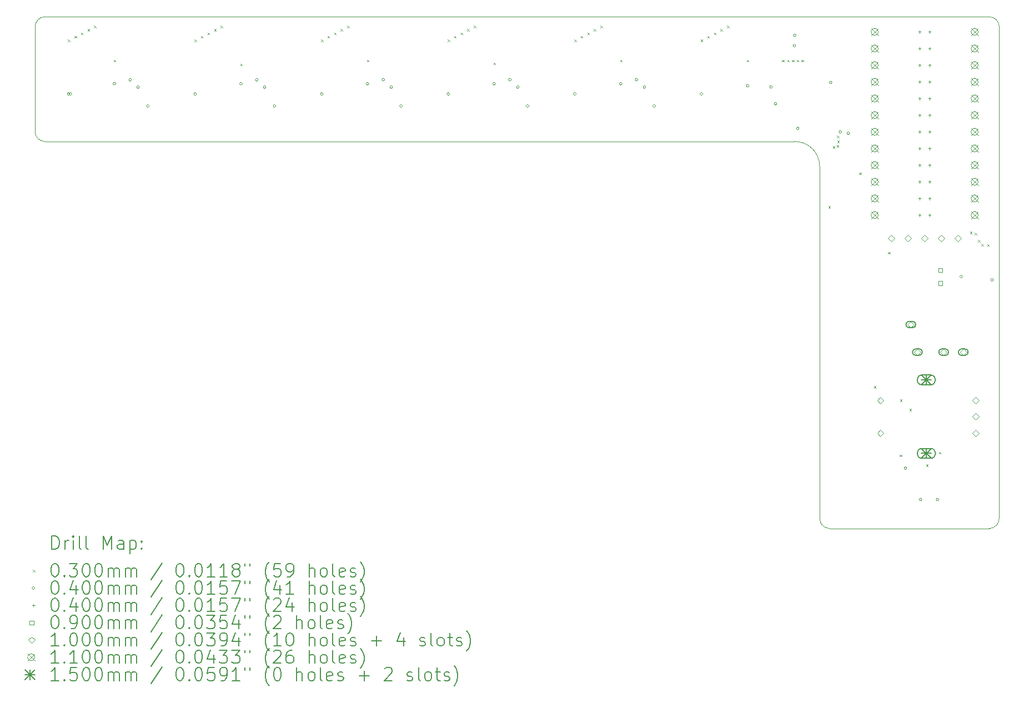
<source format=gbr>
%TF.GenerationSoftware,KiCad,Pcbnew,7.0.5*%
%TF.CreationDate,2024-01-21T02:43:00-08:00*%
%TF.ProjectId,Seismos_5CoreLShift,53656973-6d6f-4735-9f35-436f72654c53,rev?*%
%TF.SameCoordinates,Original*%
%TF.FileFunction,Drillmap*%
%TF.FilePolarity,Positive*%
%FSLAX45Y45*%
G04 Gerber Fmt 4.5, Leading zero omitted, Abs format (unit mm)*
G04 Created by KiCad (PCBNEW 7.0.5) date 2024-01-21 02:43:00*
%MOMM*%
%LPD*%
G01*
G04 APERTURE LIST*
%ADD10C,0.100000*%
%ADD11C,0.200000*%
%ADD12C,0.030000*%
%ADD13C,0.040000*%
%ADD14C,0.090000*%
%ADD15C,0.110000*%
%ADD16C,0.150000*%
G04 APERTURE END LIST*
D10*
X15113400Y-9800000D02*
X17550000Y-9800000D01*
X17700000Y-2150000D02*
G75*
G03*
X17550000Y-2000000I-150000J0D01*
G01*
X14963400Y-4281000D02*
X14963400Y-9650000D01*
X14963400Y-9650000D02*
G75*
G03*
X15113400Y-9800000I150000J0D01*
G01*
X3150000Y-3900000D02*
X14582400Y-3900000D01*
X3000000Y-3750000D02*
G75*
G03*
X3150000Y-3900000I150000J0D01*
G01*
X3150000Y-2000000D02*
G75*
G03*
X3000000Y-2150000I0J-150000D01*
G01*
X17700000Y-2150000D02*
X17700000Y-9650000D01*
X17550000Y-9800000D02*
G75*
G03*
X17700000Y-9650000I0J150000D01*
G01*
X14963400Y-4281000D02*
G75*
G03*
X14582400Y-3900000I-381000J0D01*
G01*
X17550000Y-2000000D02*
X3150000Y-2000000D01*
X3000000Y-2150000D02*
X3000000Y-3750000D01*
D11*
D12*
X3500000Y-2344600D02*
X3530000Y-2374600D01*
X3530000Y-2344600D02*
X3500000Y-2374600D01*
X3600000Y-2291950D02*
X3630000Y-2321950D01*
X3630000Y-2291950D02*
X3600000Y-2321950D01*
X3700000Y-2239300D02*
X3730000Y-2269300D01*
X3730000Y-2239300D02*
X3700000Y-2269300D01*
X3800000Y-2186650D02*
X3830000Y-2216650D01*
X3830000Y-2186650D02*
X3800000Y-2216650D01*
X3900000Y-2134000D02*
X3930000Y-2164000D01*
X3930000Y-2134000D02*
X3900000Y-2164000D01*
X4200000Y-2655000D02*
X4230000Y-2685000D01*
X4230000Y-2655000D02*
X4200000Y-2685000D01*
X5430000Y-2344600D02*
X5460000Y-2374600D01*
X5460000Y-2344600D02*
X5430000Y-2374600D01*
X5530000Y-2291950D02*
X5560000Y-2321950D01*
X5560000Y-2291950D02*
X5530000Y-2321950D01*
X5630000Y-2239300D02*
X5660000Y-2269300D01*
X5660000Y-2239300D02*
X5630000Y-2269300D01*
X5730000Y-2186650D02*
X5760000Y-2216650D01*
X5760000Y-2186650D02*
X5730000Y-2216650D01*
X5830000Y-2134000D02*
X5860000Y-2164000D01*
X5860000Y-2134000D02*
X5830000Y-2164000D01*
X6130000Y-2715000D02*
X6160000Y-2745000D01*
X6160000Y-2715000D02*
X6130000Y-2745000D01*
X7360000Y-2344600D02*
X7390000Y-2374600D01*
X7390000Y-2344600D02*
X7360000Y-2374600D01*
X7460000Y-2291950D02*
X7490000Y-2321950D01*
X7490000Y-2291950D02*
X7460000Y-2321950D01*
X7560000Y-2239300D02*
X7590000Y-2269300D01*
X7590000Y-2239300D02*
X7560000Y-2269300D01*
X7660000Y-2186650D02*
X7690000Y-2216650D01*
X7690000Y-2186650D02*
X7660000Y-2216650D01*
X7760000Y-2134000D02*
X7790000Y-2164000D01*
X7790000Y-2134000D02*
X7760000Y-2164000D01*
X8060000Y-2655000D02*
X8090000Y-2685000D01*
X8090000Y-2655000D02*
X8060000Y-2685000D01*
X9290000Y-2344600D02*
X9320000Y-2374600D01*
X9320000Y-2344600D02*
X9290000Y-2374600D01*
X9390000Y-2291950D02*
X9420000Y-2321950D01*
X9420000Y-2291950D02*
X9390000Y-2321950D01*
X9490000Y-2239300D02*
X9520000Y-2269300D01*
X9520000Y-2239300D02*
X9490000Y-2269300D01*
X9590000Y-2186650D02*
X9620000Y-2216650D01*
X9620000Y-2186650D02*
X9590000Y-2216650D01*
X9690000Y-2134000D02*
X9720000Y-2164000D01*
X9720000Y-2134000D02*
X9690000Y-2164000D01*
X9990000Y-2698800D02*
X10020000Y-2728800D01*
X10020000Y-2698800D02*
X9990000Y-2728800D01*
X11220000Y-2344600D02*
X11250000Y-2374600D01*
X11250000Y-2344600D02*
X11220000Y-2374600D01*
X11320000Y-2291950D02*
X11350000Y-2321950D01*
X11350000Y-2291950D02*
X11320000Y-2321950D01*
X11420000Y-2239300D02*
X11450000Y-2269300D01*
X11450000Y-2239300D02*
X11420000Y-2269300D01*
X11520000Y-2186650D02*
X11550000Y-2216650D01*
X11550000Y-2186650D02*
X11520000Y-2216650D01*
X11620000Y-2134000D02*
X11650000Y-2164000D01*
X11650000Y-2134000D02*
X11620000Y-2164000D01*
X11920000Y-2655000D02*
X11950000Y-2685000D01*
X11950000Y-2655000D02*
X11920000Y-2685000D01*
X13150000Y-2344600D02*
X13180000Y-2374600D01*
X13180000Y-2344600D02*
X13150000Y-2374600D01*
X13250000Y-2291950D02*
X13280000Y-2321950D01*
X13280000Y-2291950D02*
X13250000Y-2321950D01*
X13350000Y-2239300D02*
X13380000Y-2269300D01*
X13380000Y-2239300D02*
X13350000Y-2269300D01*
X13450000Y-2186650D02*
X13480000Y-2216650D01*
X13480000Y-2186650D02*
X13450000Y-2216650D01*
X13550000Y-2134000D02*
X13580000Y-2164000D01*
X13580000Y-2134000D02*
X13550000Y-2164000D01*
X13850000Y-2655000D02*
X13880000Y-2685000D01*
X13880000Y-2655000D02*
X13850000Y-2685000D01*
X14390812Y-2654188D02*
X14420812Y-2684188D01*
X14420812Y-2654188D02*
X14390812Y-2684188D01*
X14468042Y-2656958D02*
X14498042Y-2686958D01*
X14498042Y-2656958D02*
X14468042Y-2686958D01*
X14540271Y-2654729D02*
X14570271Y-2684729D01*
X14570271Y-2654729D02*
X14540271Y-2684729D01*
X14612771Y-2657229D02*
X14642771Y-2687229D01*
X14642771Y-2657229D02*
X14612771Y-2687229D01*
X14685000Y-2655000D02*
X14715000Y-2685000D01*
X14715000Y-2655000D02*
X14685000Y-2685000D01*
X15094000Y-4885000D02*
X15124000Y-4915000D01*
X15124000Y-4885000D02*
X15094000Y-4915000D01*
X15163718Y-3969882D02*
X15193718Y-3999882D01*
X15193718Y-3969882D02*
X15163718Y-3999882D01*
X15222390Y-3954095D02*
X15252390Y-3984095D01*
X15252390Y-3954095D02*
X15222390Y-3984095D01*
X15228641Y-3811359D02*
X15258641Y-3841359D01*
X15258641Y-3811359D02*
X15228641Y-3841359D01*
X15231412Y-3888588D02*
X15261412Y-3918588D01*
X15261412Y-3888588D02*
X15231412Y-3918588D01*
X15565000Y-4375000D02*
X15595000Y-4405000D01*
X15595000Y-4375000D02*
X15565000Y-4405000D01*
X15790000Y-7630000D02*
X15820000Y-7660000D01*
X15820000Y-7630000D02*
X15790000Y-7660000D01*
X16005000Y-5585000D02*
X16035000Y-5615000D01*
X16035000Y-5585000D02*
X16005000Y-5615000D01*
X16184000Y-8673281D02*
X16214000Y-8703281D01*
X16214000Y-8673281D02*
X16184000Y-8703281D01*
X16186537Y-7832585D02*
X16216537Y-7862585D01*
X16216537Y-7832585D02*
X16186537Y-7862585D01*
X16331976Y-7978024D02*
X16361976Y-8008024D01*
X16361976Y-7978024D02*
X16331976Y-8008024D01*
X16585000Y-8825000D02*
X16615000Y-8855000D01*
X16615000Y-8825000D02*
X16585000Y-8855000D01*
X16782350Y-8631994D02*
X16812350Y-8661994D01*
X16812350Y-8631994D02*
X16782350Y-8661994D01*
X17255000Y-5275000D02*
X17285000Y-5305000D01*
X17285000Y-5275000D02*
X17255000Y-5305000D01*
X17325000Y-5292350D02*
X17355000Y-5322350D01*
X17355000Y-5292350D02*
X17325000Y-5322350D01*
X17379596Y-5403054D02*
X17409596Y-5433054D01*
X17409596Y-5403054D02*
X17379596Y-5433054D01*
X17430000Y-5460000D02*
X17460000Y-5490000D01*
X17460000Y-5460000D02*
X17430000Y-5490000D01*
X17516000Y-5465000D02*
X17546000Y-5495000D01*
X17546000Y-5465000D02*
X17516000Y-5495000D01*
D13*
X3530000Y-3175070D02*
G75*
G03*
X3530000Y-3175070I-20000J0D01*
G01*
X3560000Y-3175000D02*
G75*
G03*
X3560000Y-3175000I-20000J0D01*
G01*
X4230000Y-3020000D02*
G75*
G03*
X4230000Y-3020000I-20000J0D01*
G01*
X4470000Y-2960000D02*
G75*
G03*
X4470000Y-2960000I-20000J0D01*
G01*
X4590000Y-3070000D02*
G75*
G03*
X4590000Y-3070000I-20000J0D01*
G01*
X4740000Y-3360000D02*
G75*
G03*
X4740000Y-3360000I-20000J0D01*
G01*
X5460000Y-3175070D02*
G75*
G03*
X5460000Y-3175070I-20000J0D01*
G01*
X6160000Y-3020000D02*
G75*
G03*
X6160000Y-3020000I-20000J0D01*
G01*
X6400000Y-2960000D02*
G75*
G03*
X6400000Y-2960000I-20000J0D01*
G01*
X6520000Y-3070000D02*
G75*
G03*
X6520000Y-3070000I-20000J0D01*
G01*
X6670000Y-3360000D02*
G75*
G03*
X6670000Y-3360000I-20000J0D01*
G01*
X7390000Y-3175070D02*
G75*
G03*
X7390000Y-3175070I-20000J0D01*
G01*
X8090000Y-3020000D02*
G75*
G03*
X8090000Y-3020000I-20000J0D01*
G01*
X8330000Y-2960000D02*
G75*
G03*
X8330000Y-2960000I-20000J0D01*
G01*
X8450000Y-3070000D02*
G75*
G03*
X8450000Y-3070000I-20000J0D01*
G01*
X8600000Y-3360000D02*
G75*
G03*
X8600000Y-3360000I-20000J0D01*
G01*
X9320000Y-3175070D02*
G75*
G03*
X9320000Y-3175070I-20000J0D01*
G01*
X10020000Y-3020000D02*
G75*
G03*
X10020000Y-3020000I-20000J0D01*
G01*
X10260000Y-2960000D02*
G75*
G03*
X10260000Y-2960000I-20000J0D01*
G01*
X10380000Y-3070000D02*
G75*
G03*
X10380000Y-3070000I-20000J0D01*
G01*
X10530000Y-3360000D02*
G75*
G03*
X10530000Y-3360000I-20000J0D01*
G01*
X11250000Y-3175070D02*
G75*
G03*
X11250000Y-3175070I-20000J0D01*
G01*
X11950000Y-3020000D02*
G75*
G03*
X11950000Y-3020000I-20000J0D01*
G01*
X12190000Y-2960000D02*
G75*
G03*
X12190000Y-2960000I-20000J0D01*
G01*
X12310000Y-3070000D02*
G75*
G03*
X12310000Y-3070000I-20000J0D01*
G01*
X12460000Y-3360000D02*
G75*
G03*
X12460000Y-3360000I-20000J0D01*
G01*
X13180000Y-3175070D02*
G75*
G03*
X13180000Y-3175070I-20000J0D01*
G01*
X13885190Y-3050000D02*
G75*
G03*
X13885190Y-3050000I-20000J0D01*
G01*
X14240000Y-3070000D02*
G75*
G03*
X14240000Y-3070000I-20000J0D01*
G01*
X14310000Y-3325000D02*
G75*
G03*
X14310000Y-3325000I-20000J0D01*
G01*
X14597500Y-2437500D02*
G75*
G03*
X14597500Y-2437500I-20000J0D01*
G01*
X14602400Y-2279400D02*
G75*
G03*
X14602400Y-2279400I-20000J0D01*
G01*
X14650000Y-3700000D02*
G75*
G03*
X14650000Y-3700000I-20000J0D01*
G01*
X15150000Y-3000000D02*
G75*
G03*
X15150000Y-3000000I-20000J0D01*
G01*
X15297512Y-3753938D02*
G75*
G03*
X15297512Y-3753938I-20000J0D01*
G01*
X15419114Y-3773629D02*
G75*
G03*
X15419114Y-3773629I-20000J0D01*
G01*
X16291650Y-8882036D02*
G75*
G03*
X16291650Y-8882036I-20000J0D01*
G01*
X16520000Y-9360000D02*
G75*
G03*
X16520000Y-9360000I-20000J0D01*
G01*
X16780000Y-9360000D02*
G75*
G03*
X16780000Y-9360000I-20000J0D01*
G01*
X17140000Y-5960000D02*
G75*
G03*
X17140000Y-5960000I-20000J0D01*
G01*
X17610000Y-6010000D02*
G75*
G03*
X17610000Y-6010000I-20000J0D01*
G01*
X16487400Y-2208600D02*
X16487400Y-2248600D01*
X16467400Y-2228600D02*
X16507400Y-2228600D01*
X16487400Y-2462600D02*
X16487400Y-2502600D01*
X16467400Y-2482600D02*
X16507400Y-2482600D01*
X16487400Y-2716600D02*
X16487400Y-2756600D01*
X16467400Y-2736600D02*
X16507400Y-2736600D01*
X16487400Y-2970600D02*
X16487400Y-3010600D01*
X16467400Y-2990600D02*
X16507400Y-2990600D01*
X16487400Y-3224600D02*
X16487400Y-3264600D01*
X16467400Y-3244600D02*
X16507400Y-3244600D01*
X16487400Y-3478600D02*
X16487400Y-3518600D01*
X16467400Y-3498600D02*
X16507400Y-3498600D01*
X16487400Y-3732600D02*
X16487400Y-3772600D01*
X16467400Y-3752600D02*
X16507400Y-3752600D01*
X16487400Y-3986600D02*
X16487400Y-4026600D01*
X16467400Y-4006600D02*
X16507400Y-4006600D01*
X16487400Y-4240600D02*
X16487400Y-4280600D01*
X16467400Y-4260600D02*
X16507400Y-4260600D01*
X16487400Y-4494600D02*
X16487400Y-4534600D01*
X16467400Y-4514600D02*
X16507400Y-4514600D01*
X16487400Y-4748600D02*
X16487400Y-4788600D01*
X16467400Y-4768600D02*
X16507400Y-4768600D01*
X16487400Y-5002600D02*
X16487400Y-5042600D01*
X16467400Y-5022600D02*
X16507400Y-5022600D01*
X16639800Y-2208600D02*
X16639800Y-2248600D01*
X16619800Y-2228600D02*
X16659800Y-2228600D01*
X16639800Y-2462600D02*
X16639800Y-2502600D01*
X16619800Y-2482600D02*
X16659800Y-2482600D01*
X16639800Y-2716600D02*
X16639800Y-2756600D01*
X16619800Y-2736600D02*
X16659800Y-2736600D01*
X16639800Y-2970600D02*
X16639800Y-3010600D01*
X16619800Y-2990600D02*
X16659800Y-2990600D01*
X16639800Y-3224600D02*
X16639800Y-3264600D01*
X16619800Y-3244600D02*
X16659800Y-3244600D01*
X16639800Y-3478600D02*
X16639800Y-3518600D01*
X16619800Y-3498600D02*
X16659800Y-3498600D01*
X16639800Y-3732600D02*
X16639800Y-3772600D01*
X16619800Y-3752600D02*
X16659800Y-3752600D01*
X16639800Y-3986600D02*
X16639800Y-4026600D01*
X16619800Y-4006600D02*
X16659800Y-4006600D01*
X16639800Y-4240600D02*
X16639800Y-4280600D01*
X16619800Y-4260600D02*
X16659800Y-4260600D01*
X16639800Y-4494600D02*
X16639800Y-4534600D01*
X16619800Y-4514600D02*
X16659800Y-4514600D01*
X16639800Y-4748600D02*
X16639800Y-4788600D01*
X16619800Y-4768600D02*
X16659800Y-4768600D01*
X16639800Y-5002600D02*
X16639800Y-5042600D01*
X16619800Y-5022600D02*
X16659800Y-5022600D01*
D14*
X16836870Y-5895020D02*
X16836870Y-5831380D01*
X16773230Y-5831380D01*
X16773230Y-5895020D01*
X16836870Y-5895020D01*
X16836870Y-6095020D02*
X16836870Y-6031380D01*
X16773230Y-6031380D01*
X16773230Y-6095020D01*
X16836870Y-6095020D01*
D10*
X15889000Y-7896000D02*
X15939000Y-7846000D01*
X15889000Y-7796000D01*
X15839000Y-7846000D01*
X15889000Y-7896000D01*
X15889000Y-8396000D02*
X15939000Y-8346000D01*
X15889000Y-8296000D01*
X15839000Y-8346000D01*
X15889000Y-8396000D01*
X16055600Y-5426600D02*
X16105600Y-5376600D01*
X16055600Y-5326600D01*
X16005600Y-5376600D01*
X16055600Y-5426600D01*
X16309600Y-5426600D02*
X16359600Y-5376600D01*
X16309600Y-5326600D01*
X16259600Y-5376600D01*
X16309600Y-5426600D01*
X16353000Y-6742500D02*
X16403000Y-6692500D01*
X16353000Y-6642500D01*
X16303000Y-6692500D01*
X16353000Y-6742500D01*
D11*
X16378000Y-6642500D02*
X16328000Y-6642500D01*
X16328000Y-6642500D02*
G75*
G03*
X16328000Y-6742500I0J-50000D01*
G01*
X16328000Y-6742500D02*
X16378000Y-6742500D01*
X16378000Y-6742500D02*
G75*
G03*
X16378000Y-6642500I0J50000D01*
G01*
D10*
X16453000Y-7162500D02*
X16503000Y-7112500D01*
X16453000Y-7062500D01*
X16403000Y-7112500D01*
X16453000Y-7162500D01*
D11*
X16478000Y-7062500D02*
X16428000Y-7062500D01*
X16428000Y-7062500D02*
G75*
G03*
X16428000Y-7162500I0J-50000D01*
G01*
X16428000Y-7162500D02*
X16478000Y-7162500D01*
X16478000Y-7162500D02*
G75*
G03*
X16478000Y-7062500I0J50000D01*
G01*
D10*
X16563600Y-5426600D02*
X16613600Y-5376600D01*
X16563600Y-5326600D01*
X16513600Y-5376600D01*
X16563600Y-5426600D01*
X16817600Y-5426600D02*
X16867600Y-5376600D01*
X16817600Y-5326600D01*
X16767600Y-5376600D01*
X16817600Y-5426600D01*
X16853000Y-7162500D02*
X16903000Y-7112500D01*
X16853000Y-7062500D01*
X16803000Y-7112500D01*
X16853000Y-7162500D01*
D11*
X16878000Y-7062500D02*
X16828000Y-7062500D01*
X16828000Y-7062500D02*
G75*
G03*
X16828000Y-7162500I0J-50000D01*
G01*
X16828000Y-7162500D02*
X16878000Y-7162500D01*
X16878000Y-7162500D02*
G75*
G03*
X16878000Y-7062500I0J50000D01*
G01*
D10*
X17071600Y-5426600D02*
X17121600Y-5376600D01*
X17071600Y-5326600D01*
X17021600Y-5376600D01*
X17071600Y-5426600D01*
X17153000Y-7162500D02*
X17203000Y-7112500D01*
X17153000Y-7062500D01*
X17103000Y-7112500D01*
X17153000Y-7162500D01*
D11*
X17178000Y-7062500D02*
X17128000Y-7062500D01*
X17128000Y-7062500D02*
G75*
G03*
X17128000Y-7162500I0J-50000D01*
G01*
X17128000Y-7162500D02*
X17178000Y-7162500D01*
X17178000Y-7162500D02*
G75*
G03*
X17178000Y-7062500I0J50000D01*
G01*
D10*
X17339000Y-7896000D02*
X17389000Y-7846000D01*
X17339000Y-7796000D01*
X17289000Y-7846000D01*
X17339000Y-7896000D01*
X17339000Y-8146000D02*
X17389000Y-8096000D01*
X17339000Y-8046000D01*
X17289000Y-8096000D01*
X17339000Y-8146000D01*
X17339000Y-8396000D02*
X17389000Y-8346000D01*
X17339000Y-8296000D01*
X17289000Y-8346000D01*
X17339000Y-8396000D01*
D15*
X15746600Y-2173600D02*
X15856600Y-2283600D01*
X15856600Y-2173600D02*
X15746600Y-2283600D01*
X15856600Y-2228600D02*
G75*
G03*
X15856600Y-2228600I-55000J0D01*
G01*
X15746600Y-2173600D02*
X15856600Y-2283600D01*
X15856600Y-2173600D02*
X15746600Y-2283600D01*
X15856600Y-2228600D02*
G75*
G03*
X15856600Y-2228600I-55000J0D01*
G01*
X15746600Y-2173600D02*
X15856600Y-2283600D01*
X15856600Y-2173600D02*
X15746600Y-2283600D01*
X15856600Y-2228600D02*
G75*
G03*
X15856600Y-2228600I-55000J0D01*
G01*
X15746600Y-2427600D02*
X15856600Y-2537600D01*
X15856600Y-2427600D02*
X15746600Y-2537600D01*
X15856600Y-2482600D02*
G75*
G03*
X15856600Y-2482600I-55000J0D01*
G01*
X15746600Y-2681600D02*
X15856600Y-2791600D01*
X15856600Y-2681600D02*
X15746600Y-2791600D01*
X15856600Y-2736600D02*
G75*
G03*
X15856600Y-2736600I-55000J0D01*
G01*
X15746600Y-2935600D02*
X15856600Y-3045600D01*
X15856600Y-2935600D02*
X15746600Y-3045600D01*
X15856600Y-2990600D02*
G75*
G03*
X15856600Y-2990600I-55000J0D01*
G01*
X15746600Y-3189600D02*
X15856600Y-3299600D01*
X15856600Y-3189600D02*
X15746600Y-3299600D01*
X15856600Y-3244600D02*
G75*
G03*
X15856600Y-3244600I-55000J0D01*
G01*
X15746600Y-3443600D02*
X15856600Y-3553600D01*
X15856600Y-3443600D02*
X15746600Y-3553600D01*
X15856600Y-3498600D02*
G75*
G03*
X15856600Y-3498600I-55000J0D01*
G01*
X15746600Y-3697600D02*
X15856600Y-3807600D01*
X15856600Y-3697600D02*
X15746600Y-3807600D01*
X15856600Y-3752600D02*
G75*
G03*
X15856600Y-3752600I-55000J0D01*
G01*
X15746600Y-3951600D02*
X15856600Y-4061600D01*
X15856600Y-3951600D02*
X15746600Y-4061600D01*
X15856600Y-4006600D02*
G75*
G03*
X15856600Y-4006600I-55000J0D01*
G01*
X15746600Y-4205600D02*
X15856600Y-4315600D01*
X15856600Y-4205600D02*
X15746600Y-4315600D01*
X15856600Y-4260600D02*
G75*
G03*
X15856600Y-4260600I-55000J0D01*
G01*
X15746600Y-4459600D02*
X15856600Y-4569600D01*
X15856600Y-4459600D02*
X15746600Y-4569600D01*
X15856600Y-4514600D02*
G75*
G03*
X15856600Y-4514600I-55000J0D01*
G01*
X15746600Y-4713600D02*
X15856600Y-4823600D01*
X15856600Y-4713600D02*
X15746600Y-4823600D01*
X15856600Y-4768600D02*
G75*
G03*
X15856600Y-4768600I-55000J0D01*
G01*
X15746600Y-4967600D02*
X15856600Y-5077600D01*
X15856600Y-4967600D02*
X15746600Y-5077600D01*
X15856600Y-5022600D02*
G75*
G03*
X15856600Y-5022600I-55000J0D01*
G01*
X17270600Y-2173600D02*
X17380600Y-2283600D01*
X17380600Y-2173600D02*
X17270600Y-2283600D01*
X17380600Y-2228600D02*
G75*
G03*
X17380600Y-2228600I-55000J0D01*
G01*
X17270600Y-2427600D02*
X17380600Y-2537600D01*
X17380600Y-2427600D02*
X17270600Y-2537600D01*
X17380600Y-2482600D02*
G75*
G03*
X17380600Y-2482600I-55000J0D01*
G01*
X17270600Y-2681600D02*
X17380600Y-2791600D01*
X17380600Y-2681600D02*
X17270600Y-2791600D01*
X17380600Y-2736600D02*
G75*
G03*
X17380600Y-2736600I-55000J0D01*
G01*
X17270600Y-2935600D02*
X17380600Y-3045600D01*
X17380600Y-2935600D02*
X17270600Y-3045600D01*
X17380600Y-2990600D02*
G75*
G03*
X17380600Y-2990600I-55000J0D01*
G01*
X17270600Y-3189600D02*
X17380600Y-3299600D01*
X17380600Y-3189600D02*
X17270600Y-3299600D01*
X17380600Y-3244600D02*
G75*
G03*
X17380600Y-3244600I-55000J0D01*
G01*
X17270600Y-3443600D02*
X17380600Y-3553600D01*
X17380600Y-3443600D02*
X17270600Y-3553600D01*
X17380600Y-3498600D02*
G75*
G03*
X17380600Y-3498600I-55000J0D01*
G01*
X17270600Y-3697600D02*
X17380600Y-3807600D01*
X17380600Y-3697600D02*
X17270600Y-3807600D01*
X17380600Y-3752600D02*
G75*
G03*
X17380600Y-3752600I-55000J0D01*
G01*
X17270600Y-3951600D02*
X17380600Y-4061600D01*
X17380600Y-3951600D02*
X17270600Y-4061600D01*
X17380600Y-4006600D02*
G75*
G03*
X17380600Y-4006600I-55000J0D01*
G01*
X17270600Y-4205600D02*
X17380600Y-4315600D01*
X17380600Y-4205600D02*
X17270600Y-4315600D01*
X17380600Y-4260600D02*
G75*
G03*
X17380600Y-4260600I-55000J0D01*
G01*
X17270600Y-4459600D02*
X17380600Y-4569600D01*
X17380600Y-4459600D02*
X17270600Y-4569600D01*
X17380600Y-4514600D02*
G75*
G03*
X17380600Y-4514600I-55000J0D01*
G01*
X17270600Y-4713600D02*
X17380600Y-4823600D01*
X17380600Y-4713600D02*
X17270600Y-4823600D01*
X17380600Y-4768600D02*
G75*
G03*
X17380600Y-4768600I-55000J0D01*
G01*
X17270600Y-4967600D02*
X17380600Y-5077600D01*
X17380600Y-4967600D02*
X17270600Y-5077600D01*
X17380600Y-5022600D02*
G75*
G03*
X17380600Y-5022600I-55000J0D01*
G01*
D16*
X16514000Y-7461000D02*
X16664000Y-7611000D01*
X16664000Y-7461000D02*
X16514000Y-7611000D01*
X16589000Y-7461000D02*
X16589000Y-7611000D01*
X16514000Y-7536000D02*
X16664000Y-7536000D01*
D11*
X16654000Y-7461000D02*
X16524000Y-7461000D01*
X16524000Y-7461000D02*
G75*
G03*
X16524000Y-7611000I0J-75000D01*
G01*
X16524000Y-7611000D02*
X16654000Y-7611000D01*
X16654000Y-7611000D02*
G75*
G03*
X16654000Y-7461000I0J75000D01*
G01*
D16*
X16514000Y-8581000D02*
X16664000Y-8731000D01*
X16664000Y-8581000D02*
X16514000Y-8731000D01*
X16589000Y-8581000D02*
X16589000Y-8731000D01*
X16514000Y-8656000D02*
X16664000Y-8656000D01*
D11*
X16654000Y-8581000D02*
X16524000Y-8581000D01*
X16524000Y-8581000D02*
G75*
G03*
X16524000Y-8731000I0J-75000D01*
G01*
X16524000Y-8731000D02*
X16654000Y-8731000D01*
X16654000Y-8731000D02*
G75*
G03*
X16654000Y-8581000I0J75000D01*
G01*
X3255777Y-10116484D02*
X3255777Y-9916484D01*
X3255777Y-9916484D02*
X3303396Y-9916484D01*
X3303396Y-9916484D02*
X3331967Y-9926008D01*
X3331967Y-9926008D02*
X3351015Y-9945055D01*
X3351015Y-9945055D02*
X3360539Y-9964103D01*
X3360539Y-9964103D02*
X3370062Y-10002198D01*
X3370062Y-10002198D02*
X3370062Y-10030770D01*
X3370062Y-10030770D02*
X3360539Y-10068865D01*
X3360539Y-10068865D02*
X3351015Y-10087912D01*
X3351015Y-10087912D02*
X3331967Y-10106960D01*
X3331967Y-10106960D02*
X3303396Y-10116484D01*
X3303396Y-10116484D02*
X3255777Y-10116484D01*
X3455777Y-10116484D02*
X3455777Y-9983150D01*
X3455777Y-10021246D02*
X3465301Y-10002198D01*
X3465301Y-10002198D02*
X3474824Y-9992674D01*
X3474824Y-9992674D02*
X3493872Y-9983150D01*
X3493872Y-9983150D02*
X3512920Y-9983150D01*
X3579586Y-10116484D02*
X3579586Y-9983150D01*
X3579586Y-9916484D02*
X3570062Y-9926008D01*
X3570062Y-9926008D02*
X3579586Y-9935531D01*
X3579586Y-9935531D02*
X3589110Y-9926008D01*
X3589110Y-9926008D02*
X3579586Y-9916484D01*
X3579586Y-9916484D02*
X3579586Y-9935531D01*
X3703396Y-10116484D02*
X3684348Y-10106960D01*
X3684348Y-10106960D02*
X3674824Y-10087912D01*
X3674824Y-10087912D02*
X3674824Y-9916484D01*
X3808158Y-10116484D02*
X3789110Y-10106960D01*
X3789110Y-10106960D02*
X3779586Y-10087912D01*
X3779586Y-10087912D02*
X3779586Y-9916484D01*
X4036729Y-10116484D02*
X4036729Y-9916484D01*
X4036729Y-9916484D02*
X4103396Y-10059341D01*
X4103396Y-10059341D02*
X4170062Y-9916484D01*
X4170062Y-9916484D02*
X4170062Y-10116484D01*
X4351015Y-10116484D02*
X4351015Y-10011722D01*
X4351015Y-10011722D02*
X4341491Y-9992674D01*
X4341491Y-9992674D02*
X4322444Y-9983150D01*
X4322444Y-9983150D02*
X4284348Y-9983150D01*
X4284348Y-9983150D02*
X4265301Y-9992674D01*
X4351015Y-10106960D02*
X4331967Y-10116484D01*
X4331967Y-10116484D02*
X4284348Y-10116484D01*
X4284348Y-10116484D02*
X4265301Y-10106960D01*
X4265301Y-10106960D02*
X4255777Y-10087912D01*
X4255777Y-10087912D02*
X4255777Y-10068865D01*
X4255777Y-10068865D02*
X4265301Y-10049817D01*
X4265301Y-10049817D02*
X4284348Y-10040293D01*
X4284348Y-10040293D02*
X4331967Y-10040293D01*
X4331967Y-10040293D02*
X4351015Y-10030770D01*
X4446253Y-9983150D02*
X4446253Y-10183150D01*
X4446253Y-9992674D02*
X4465301Y-9983150D01*
X4465301Y-9983150D02*
X4503396Y-9983150D01*
X4503396Y-9983150D02*
X4522444Y-9992674D01*
X4522444Y-9992674D02*
X4531967Y-10002198D01*
X4531967Y-10002198D02*
X4541491Y-10021246D01*
X4541491Y-10021246D02*
X4541491Y-10078389D01*
X4541491Y-10078389D02*
X4531967Y-10097436D01*
X4531967Y-10097436D02*
X4522444Y-10106960D01*
X4522444Y-10106960D02*
X4503396Y-10116484D01*
X4503396Y-10116484D02*
X4465301Y-10116484D01*
X4465301Y-10116484D02*
X4446253Y-10106960D01*
X4627205Y-10097436D02*
X4636729Y-10106960D01*
X4636729Y-10106960D02*
X4627205Y-10116484D01*
X4627205Y-10116484D02*
X4617682Y-10106960D01*
X4617682Y-10106960D02*
X4627205Y-10097436D01*
X4627205Y-10097436D02*
X4627205Y-10116484D01*
X4627205Y-9992674D02*
X4636729Y-10002198D01*
X4636729Y-10002198D02*
X4627205Y-10011722D01*
X4627205Y-10011722D02*
X4617682Y-10002198D01*
X4617682Y-10002198D02*
X4627205Y-9992674D01*
X4627205Y-9992674D02*
X4627205Y-10011722D01*
D12*
X2965000Y-10430000D02*
X2995000Y-10460000D01*
X2995000Y-10430000D02*
X2965000Y-10460000D01*
D11*
X3293872Y-10336484D02*
X3312920Y-10336484D01*
X3312920Y-10336484D02*
X3331967Y-10346008D01*
X3331967Y-10346008D02*
X3341491Y-10355531D01*
X3341491Y-10355531D02*
X3351015Y-10374579D01*
X3351015Y-10374579D02*
X3360539Y-10412674D01*
X3360539Y-10412674D02*
X3360539Y-10460293D01*
X3360539Y-10460293D02*
X3351015Y-10498389D01*
X3351015Y-10498389D02*
X3341491Y-10517436D01*
X3341491Y-10517436D02*
X3331967Y-10526960D01*
X3331967Y-10526960D02*
X3312920Y-10536484D01*
X3312920Y-10536484D02*
X3293872Y-10536484D01*
X3293872Y-10536484D02*
X3274824Y-10526960D01*
X3274824Y-10526960D02*
X3265301Y-10517436D01*
X3265301Y-10517436D02*
X3255777Y-10498389D01*
X3255777Y-10498389D02*
X3246253Y-10460293D01*
X3246253Y-10460293D02*
X3246253Y-10412674D01*
X3246253Y-10412674D02*
X3255777Y-10374579D01*
X3255777Y-10374579D02*
X3265301Y-10355531D01*
X3265301Y-10355531D02*
X3274824Y-10346008D01*
X3274824Y-10346008D02*
X3293872Y-10336484D01*
X3446253Y-10517436D02*
X3455777Y-10526960D01*
X3455777Y-10526960D02*
X3446253Y-10536484D01*
X3446253Y-10536484D02*
X3436729Y-10526960D01*
X3436729Y-10526960D02*
X3446253Y-10517436D01*
X3446253Y-10517436D02*
X3446253Y-10536484D01*
X3522443Y-10336484D02*
X3646253Y-10336484D01*
X3646253Y-10336484D02*
X3579586Y-10412674D01*
X3579586Y-10412674D02*
X3608158Y-10412674D01*
X3608158Y-10412674D02*
X3627205Y-10422198D01*
X3627205Y-10422198D02*
X3636729Y-10431722D01*
X3636729Y-10431722D02*
X3646253Y-10450770D01*
X3646253Y-10450770D02*
X3646253Y-10498389D01*
X3646253Y-10498389D02*
X3636729Y-10517436D01*
X3636729Y-10517436D02*
X3627205Y-10526960D01*
X3627205Y-10526960D02*
X3608158Y-10536484D01*
X3608158Y-10536484D02*
X3551015Y-10536484D01*
X3551015Y-10536484D02*
X3531967Y-10526960D01*
X3531967Y-10526960D02*
X3522443Y-10517436D01*
X3770062Y-10336484D02*
X3789110Y-10336484D01*
X3789110Y-10336484D02*
X3808158Y-10346008D01*
X3808158Y-10346008D02*
X3817682Y-10355531D01*
X3817682Y-10355531D02*
X3827205Y-10374579D01*
X3827205Y-10374579D02*
X3836729Y-10412674D01*
X3836729Y-10412674D02*
X3836729Y-10460293D01*
X3836729Y-10460293D02*
X3827205Y-10498389D01*
X3827205Y-10498389D02*
X3817682Y-10517436D01*
X3817682Y-10517436D02*
X3808158Y-10526960D01*
X3808158Y-10526960D02*
X3789110Y-10536484D01*
X3789110Y-10536484D02*
X3770062Y-10536484D01*
X3770062Y-10536484D02*
X3751015Y-10526960D01*
X3751015Y-10526960D02*
X3741491Y-10517436D01*
X3741491Y-10517436D02*
X3731967Y-10498389D01*
X3731967Y-10498389D02*
X3722443Y-10460293D01*
X3722443Y-10460293D02*
X3722443Y-10412674D01*
X3722443Y-10412674D02*
X3731967Y-10374579D01*
X3731967Y-10374579D02*
X3741491Y-10355531D01*
X3741491Y-10355531D02*
X3751015Y-10346008D01*
X3751015Y-10346008D02*
X3770062Y-10336484D01*
X3960539Y-10336484D02*
X3979586Y-10336484D01*
X3979586Y-10336484D02*
X3998634Y-10346008D01*
X3998634Y-10346008D02*
X4008158Y-10355531D01*
X4008158Y-10355531D02*
X4017682Y-10374579D01*
X4017682Y-10374579D02*
X4027205Y-10412674D01*
X4027205Y-10412674D02*
X4027205Y-10460293D01*
X4027205Y-10460293D02*
X4017682Y-10498389D01*
X4017682Y-10498389D02*
X4008158Y-10517436D01*
X4008158Y-10517436D02*
X3998634Y-10526960D01*
X3998634Y-10526960D02*
X3979586Y-10536484D01*
X3979586Y-10536484D02*
X3960539Y-10536484D01*
X3960539Y-10536484D02*
X3941491Y-10526960D01*
X3941491Y-10526960D02*
X3931967Y-10517436D01*
X3931967Y-10517436D02*
X3922443Y-10498389D01*
X3922443Y-10498389D02*
X3912920Y-10460293D01*
X3912920Y-10460293D02*
X3912920Y-10412674D01*
X3912920Y-10412674D02*
X3922443Y-10374579D01*
X3922443Y-10374579D02*
X3931967Y-10355531D01*
X3931967Y-10355531D02*
X3941491Y-10346008D01*
X3941491Y-10346008D02*
X3960539Y-10336484D01*
X4112920Y-10536484D02*
X4112920Y-10403150D01*
X4112920Y-10422198D02*
X4122443Y-10412674D01*
X4122443Y-10412674D02*
X4141491Y-10403150D01*
X4141491Y-10403150D02*
X4170063Y-10403150D01*
X4170063Y-10403150D02*
X4189110Y-10412674D01*
X4189110Y-10412674D02*
X4198634Y-10431722D01*
X4198634Y-10431722D02*
X4198634Y-10536484D01*
X4198634Y-10431722D02*
X4208158Y-10412674D01*
X4208158Y-10412674D02*
X4227205Y-10403150D01*
X4227205Y-10403150D02*
X4255777Y-10403150D01*
X4255777Y-10403150D02*
X4274825Y-10412674D01*
X4274825Y-10412674D02*
X4284348Y-10431722D01*
X4284348Y-10431722D02*
X4284348Y-10536484D01*
X4379586Y-10536484D02*
X4379586Y-10403150D01*
X4379586Y-10422198D02*
X4389110Y-10412674D01*
X4389110Y-10412674D02*
X4408158Y-10403150D01*
X4408158Y-10403150D02*
X4436729Y-10403150D01*
X4436729Y-10403150D02*
X4455777Y-10412674D01*
X4455777Y-10412674D02*
X4465301Y-10431722D01*
X4465301Y-10431722D02*
X4465301Y-10536484D01*
X4465301Y-10431722D02*
X4474825Y-10412674D01*
X4474825Y-10412674D02*
X4493872Y-10403150D01*
X4493872Y-10403150D02*
X4522444Y-10403150D01*
X4522444Y-10403150D02*
X4541491Y-10412674D01*
X4541491Y-10412674D02*
X4551015Y-10431722D01*
X4551015Y-10431722D02*
X4551015Y-10536484D01*
X4941491Y-10326960D02*
X4770063Y-10584103D01*
X5198634Y-10336484D02*
X5217682Y-10336484D01*
X5217682Y-10336484D02*
X5236729Y-10346008D01*
X5236729Y-10346008D02*
X5246253Y-10355531D01*
X5246253Y-10355531D02*
X5255777Y-10374579D01*
X5255777Y-10374579D02*
X5265301Y-10412674D01*
X5265301Y-10412674D02*
X5265301Y-10460293D01*
X5265301Y-10460293D02*
X5255777Y-10498389D01*
X5255777Y-10498389D02*
X5246253Y-10517436D01*
X5246253Y-10517436D02*
X5236729Y-10526960D01*
X5236729Y-10526960D02*
X5217682Y-10536484D01*
X5217682Y-10536484D02*
X5198634Y-10536484D01*
X5198634Y-10536484D02*
X5179587Y-10526960D01*
X5179587Y-10526960D02*
X5170063Y-10517436D01*
X5170063Y-10517436D02*
X5160539Y-10498389D01*
X5160539Y-10498389D02*
X5151015Y-10460293D01*
X5151015Y-10460293D02*
X5151015Y-10412674D01*
X5151015Y-10412674D02*
X5160539Y-10374579D01*
X5160539Y-10374579D02*
X5170063Y-10355531D01*
X5170063Y-10355531D02*
X5179587Y-10346008D01*
X5179587Y-10346008D02*
X5198634Y-10336484D01*
X5351015Y-10517436D02*
X5360539Y-10526960D01*
X5360539Y-10526960D02*
X5351015Y-10536484D01*
X5351015Y-10536484D02*
X5341491Y-10526960D01*
X5341491Y-10526960D02*
X5351015Y-10517436D01*
X5351015Y-10517436D02*
X5351015Y-10536484D01*
X5484348Y-10336484D02*
X5503396Y-10336484D01*
X5503396Y-10336484D02*
X5522444Y-10346008D01*
X5522444Y-10346008D02*
X5531968Y-10355531D01*
X5531968Y-10355531D02*
X5541491Y-10374579D01*
X5541491Y-10374579D02*
X5551015Y-10412674D01*
X5551015Y-10412674D02*
X5551015Y-10460293D01*
X5551015Y-10460293D02*
X5541491Y-10498389D01*
X5541491Y-10498389D02*
X5531968Y-10517436D01*
X5531968Y-10517436D02*
X5522444Y-10526960D01*
X5522444Y-10526960D02*
X5503396Y-10536484D01*
X5503396Y-10536484D02*
X5484348Y-10536484D01*
X5484348Y-10536484D02*
X5465301Y-10526960D01*
X5465301Y-10526960D02*
X5455777Y-10517436D01*
X5455777Y-10517436D02*
X5446253Y-10498389D01*
X5446253Y-10498389D02*
X5436729Y-10460293D01*
X5436729Y-10460293D02*
X5436729Y-10412674D01*
X5436729Y-10412674D02*
X5446253Y-10374579D01*
X5446253Y-10374579D02*
X5455777Y-10355531D01*
X5455777Y-10355531D02*
X5465301Y-10346008D01*
X5465301Y-10346008D02*
X5484348Y-10336484D01*
X5741491Y-10536484D02*
X5627206Y-10536484D01*
X5684348Y-10536484D02*
X5684348Y-10336484D01*
X5684348Y-10336484D02*
X5665301Y-10365055D01*
X5665301Y-10365055D02*
X5646253Y-10384103D01*
X5646253Y-10384103D02*
X5627206Y-10393627D01*
X5931967Y-10536484D02*
X5817682Y-10536484D01*
X5874825Y-10536484D02*
X5874825Y-10336484D01*
X5874825Y-10336484D02*
X5855777Y-10365055D01*
X5855777Y-10365055D02*
X5836729Y-10384103D01*
X5836729Y-10384103D02*
X5817682Y-10393627D01*
X6046253Y-10422198D02*
X6027206Y-10412674D01*
X6027206Y-10412674D02*
X6017682Y-10403150D01*
X6017682Y-10403150D02*
X6008158Y-10384103D01*
X6008158Y-10384103D02*
X6008158Y-10374579D01*
X6008158Y-10374579D02*
X6017682Y-10355531D01*
X6017682Y-10355531D02*
X6027206Y-10346008D01*
X6027206Y-10346008D02*
X6046253Y-10336484D01*
X6046253Y-10336484D02*
X6084348Y-10336484D01*
X6084348Y-10336484D02*
X6103396Y-10346008D01*
X6103396Y-10346008D02*
X6112920Y-10355531D01*
X6112920Y-10355531D02*
X6122444Y-10374579D01*
X6122444Y-10374579D02*
X6122444Y-10384103D01*
X6122444Y-10384103D02*
X6112920Y-10403150D01*
X6112920Y-10403150D02*
X6103396Y-10412674D01*
X6103396Y-10412674D02*
X6084348Y-10422198D01*
X6084348Y-10422198D02*
X6046253Y-10422198D01*
X6046253Y-10422198D02*
X6027206Y-10431722D01*
X6027206Y-10431722D02*
X6017682Y-10441246D01*
X6017682Y-10441246D02*
X6008158Y-10460293D01*
X6008158Y-10460293D02*
X6008158Y-10498389D01*
X6008158Y-10498389D02*
X6017682Y-10517436D01*
X6017682Y-10517436D02*
X6027206Y-10526960D01*
X6027206Y-10526960D02*
X6046253Y-10536484D01*
X6046253Y-10536484D02*
X6084348Y-10536484D01*
X6084348Y-10536484D02*
X6103396Y-10526960D01*
X6103396Y-10526960D02*
X6112920Y-10517436D01*
X6112920Y-10517436D02*
X6122444Y-10498389D01*
X6122444Y-10498389D02*
X6122444Y-10460293D01*
X6122444Y-10460293D02*
X6112920Y-10441246D01*
X6112920Y-10441246D02*
X6103396Y-10431722D01*
X6103396Y-10431722D02*
X6084348Y-10422198D01*
X6198634Y-10336484D02*
X6198634Y-10374579D01*
X6274825Y-10336484D02*
X6274825Y-10374579D01*
X6570063Y-10612674D02*
X6560539Y-10603150D01*
X6560539Y-10603150D02*
X6541491Y-10574579D01*
X6541491Y-10574579D02*
X6531968Y-10555531D01*
X6531968Y-10555531D02*
X6522444Y-10526960D01*
X6522444Y-10526960D02*
X6512920Y-10479341D01*
X6512920Y-10479341D02*
X6512920Y-10441246D01*
X6512920Y-10441246D02*
X6522444Y-10393627D01*
X6522444Y-10393627D02*
X6531968Y-10365055D01*
X6531968Y-10365055D02*
X6541491Y-10346008D01*
X6541491Y-10346008D02*
X6560539Y-10317436D01*
X6560539Y-10317436D02*
X6570063Y-10307912D01*
X6741491Y-10336484D02*
X6646253Y-10336484D01*
X6646253Y-10336484D02*
X6636729Y-10431722D01*
X6636729Y-10431722D02*
X6646253Y-10422198D01*
X6646253Y-10422198D02*
X6665301Y-10412674D01*
X6665301Y-10412674D02*
X6712920Y-10412674D01*
X6712920Y-10412674D02*
X6731968Y-10422198D01*
X6731968Y-10422198D02*
X6741491Y-10431722D01*
X6741491Y-10431722D02*
X6751015Y-10450770D01*
X6751015Y-10450770D02*
X6751015Y-10498389D01*
X6751015Y-10498389D02*
X6741491Y-10517436D01*
X6741491Y-10517436D02*
X6731968Y-10526960D01*
X6731968Y-10526960D02*
X6712920Y-10536484D01*
X6712920Y-10536484D02*
X6665301Y-10536484D01*
X6665301Y-10536484D02*
X6646253Y-10526960D01*
X6646253Y-10526960D02*
X6636729Y-10517436D01*
X6846253Y-10536484D02*
X6884348Y-10536484D01*
X6884348Y-10536484D02*
X6903396Y-10526960D01*
X6903396Y-10526960D02*
X6912920Y-10517436D01*
X6912920Y-10517436D02*
X6931968Y-10488865D01*
X6931968Y-10488865D02*
X6941491Y-10450770D01*
X6941491Y-10450770D02*
X6941491Y-10374579D01*
X6941491Y-10374579D02*
X6931968Y-10355531D01*
X6931968Y-10355531D02*
X6922444Y-10346008D01*
X6922444Y-10346008D02*
X6903396Y-10336484D01*
X6903396Y-10336484D02*
X6865301Y-10336484D01*
X6865301Y-10336484D02*
X6846253Y-10346008D01*
X6846253Y-10346008D02*
X6836729Y-10355531D01*
X6836729Y-10355531D02*
X6827206Y-10374579D01*
X6827206Y-10374579D02*
X6827206Y-10422198D01*
X6827206Y-10422198D02*
X6836729Y-10441246D01*
X6836729Y-10441246D02*
X6846253Y-10450770D01*
X6846253Y-10450770D02*
X6865301Y-10460293D01*
X6865301Y-10460293D02*
X6903396Y-10460293D01*
X6903396Y-10460293D02*
X6922444Y-10450770D01*
X6922444Y-10450770D02*
X6931968Y-10441246D01*
X6931968Y-10441246D02*
X6941491Y-10422198D01*
X7179587Y-10536484D02*
X7179587Y-10336484D01*
X7265301Y-10536484D02*
X7265301Y-10431722D01*
X7265301Y-10431722D02*
X7255777Y-10412674D01*
X7255777Y-10412674D02*
X7236730Y-10403150D01*
X7236730Y-10403150D02*
X7208158Y-10403150D01*
X7208158Y-10403150D02*
X7189110Y-10412674D01*
X7189110Y-10412674D02*
X7179587Y-10422198D01*
X7389110Y-10536484D02*
X7370063Y-10526960D01*
X7370063Y-10526960D02*
X7360539Y-10517436D01*
X7360539Y-10517436D02*
X7351015Y-10498389D01*
X7351015Y-10498389D02*
X7351015Y-10441246D01*
X7351015Y-10441246D02*
X7360539Y-10422198D01*
X7360539Y-10422198D02*
X7370063Y-10412674D01*
X7370063Y-10412674D02*
X7389110Y-10403150D01*
X7389110Y-10403150D02*
X7417682Y-10403150D01*
X7417682Y-10403150D02*
X7436730Y-10412674D01*
X7436730Y-10412674D02*
X7446253Y-10422198D01*
X7446253Y-10422198D02*
X7455777Y-10441246D01*
X7455777Y-10441246D02*
X7455777Y-10498389D01*
X7455777Y-10498389D02*
X7446253Y-10517436D01*
X7446253Y-10517436D02*
X7436730Y-10526960D01*
X7436730Y-10526960D02*
X7417682Y-10536484D01*
X7417682Y-10536484D02*
X7389110Y-10536484D01*
X7570063Y-10536484D02*
X7551015Y-10526960D01*
X7551015Y-10526960D02*
X7541491Y-10507912D01*
X7541491Y-10507912D02*
X7541491Y-10336484D01*
X7722444Y-10526960D02*
X7703396Y-10536484D01*
X7703396Y-10536484D02*
X7665301Y-10536484D01*
X7665301Y-10536484D02*
X7646253Y-10526960D01*
X7646253Y-10526960D02*
X7636730Y-10507912D01*
X7636730Y-10507912D02*
X7636730Y-10431722D01*
X7636730Y-10431722D02*
X7646253Y-10412674D01*
X7646253Y-10412674D02*
X7665301Y-10403150D01*
X7665301Y-10403150D02*
X7703396Y-10403150D01*
X7703396Y-10403150D02*
X7722444Y-10412674D01*
X7722444Y-10412674D02*
X7731968Y-10431722D01*
X7731968Y-10431722D02*
X7731968Y-10450770D01*
X7731968Y-10450770D02*
X7636730Y-10469817D01*
X7808158Y-10526960D02*
X7827206Y-10536484D01*
X7827206Y-10536484D02*
X7865301Y-10536484D01*
X7865301Y-10536484D02*
X7884349Y-10526960D01*
X7884349Y-10526960D02*
X7893872Y-10507912D01*
X7893872Y-10507912D02*
X7893872Y-10498389D01*
X7893872Y-10498389D02*
X7884349Y-10479341D01*
X7884349Y-10479341D02*
X7865301Y-10469817D01*
X7865301Y-10469817D02*
X7836730Y-10469817D01*
X7836730Y-10469817D02*
X7817682Y-10460293D01*
X7817682Y-10460293D02*
X7808158Y-10441246D01*
X7808158Y-10441246D02*
X7808158Y-10431722D01*
X7808158Y-10431722D02*
X7817682Y-10412674D01*
X7817682Y-10412674D02*
X7836730Y-10403150D01*
X7836730Y-10403150D02*
X7865301Y-10403150D01*
X7865301Y-10403150D02*
X7884349Y-10412674D01*
X7960539Y-10612674D02*
X7970063Y-10603150D01*
X7970063Y-10603150D02*
X7989111Y-10574579D01*
X7989111Y-10574579D02*
X7998634Y-10555531D01*
X7998634Y-10555531D02*
X8008158Y-10526960D01*
X8008158Y-10526960D02*
X8017682Y-10479341D01*
X8017682Y-10479341D02*
X8017682Y-10441246D01*
X8017682Y-10441246D02*
X8008158Y-10393627D01*
X8008158Y-10393627D02*
X7998634Y-10365055D01*
X7998634Y-10365055D02*
X7989111Y-10346008D01*
X7989111Y-10346008D02*
X7970063Y-10317436D01*
X7970063Y-10317436D02*
X7960539Y-10307912D01*
D13*
X2995000Y-10709000D02*
G75*
G03*
X2995000Y-10709000I-20000J0D01*
G01*
D11*
X3293872Y-10600484D02*
X3312920Y-10600484D01*
X3312920Y-10600484D02*
X3331967Y-10610008D01*
X3331967Y-10610008D02*
X3341491Y-10619531D01*
X3341491Y-10619531D02*
X3351015Y-10638579D01*
X3351015Y-10638579D02*
X3360539Y-10676674D01*
X3360539Y-10676674D02*
X3360539Y-10724293D01*
X3360539Y-10724293D02*
X3351015Y-10762389D01*
X3351015Y-10762389D02*
X3341491Y-10781436D01*
X3341491Y-10781436D02*
X3331967Y-10790960D01*
X3331967Y-10790960D02*
X3312920Y-10800484D01*
X3312920Y-10800484D02*
X3293872Y-10800484D01*
X3293872Y-10800484D02*
X3274824Y-10790960D01*
X3274824Y-10790960D02*
X3265301Y-10781436D01*
X3265301Y-10781436D02*
X3255777Y-10762389D01*
X3255777Y-10762389D02*
X3246253Y-10724293D01*
X3246253Y-10724293D02*
X3246253Y-10676674D01*
X3246253Y-10676674D02*
X3255777Y-10638579D01*
X3255777Y-10638579D02*
X3265301Y-10619531D01*
X3265301Y-10619531D02*
X3274824Y-10610008D01*
X3274824Y-10610008D02*
X3293872Y-10600484D01*
X3446253Y-10781436D02*
X3455777Y-10790960D01*
X3455777Y-10790960D02*
X3446253Y-10800484D01*
X3446253Y-10800484D02*
X3436729Y-10790960D01*
X3436729Y-10790960D02*
X3446253Y-10781436D01*
X3446253Y-10781436D02*
X3446253Y-10800484D01*
X3627205Y-10667150D02*
X3627205Y-10800484D01*
X3579586Y-10590960D02*
X3531967Y-10733817D01*
X3531967Y-10733817D02*
X3655777Y-10733817D01*
X3770062Y-10600484D02*
X3789110Y-10600484D01*
X3789110Y-10600484D02*
X3808158Y-10610008D01*
X3808158Y-10610008D02*
X3817682Y-10619531D01*
X3817682Y-10619531D02*
X3827205Y-10638579D01*
X3827205Y-10638579D02*
X3836729Y-10676674D01*
X3836729Y-10676674D02*
X3836729Y-10724293D01*
X3836729Y-10724293D02*
X3827205Y-10762389D01*
X3827205Y-10762389D02*
X3817682Y-10781436D01*
X3817682Y-10781436D02*
X3808158Y-10790960D01*
X3808158Y-10790960D02*
X3789110Y-10800484D01*
X3789110Y-10800484D02*
X3770062Y-10800484D01*
X3770062Y-10800484D02*
X3751015Y-10790960D01*
X3751015Y-10790960D02*
X3741491Y-10781436D01*
X3741491Y-10781436D02*
X3731967Y-10762389D01*
X3731967Y-10762389D02*
X3722443Y-10724293D01*
X3722443Y-10724293D02*
X3722443Y-10676674D01*
X3722443Y-10676674D02*
X3731967Y-10638579D01*
X3731967Y-10638579D02*
X3741491Y-10619531D01*
X3741491Y-10619531D02*
X3751015Y-10610008D01*
X3751015Y-10610008D02*
X3770062Y-10600484D01*
X3960539Y-10600484D02*
X3979586Y-10600484D01*
X3979586Y-10600484D02*
X3998634Y-10610008D01*
X3998634Y-10610008D02*
X4008158Y-10619531D01*
X4008158Y-10619531D02*
X4017682Y-10638579D01*
X4017682Y-10638579D02*
X4027205Y-10676674D01*
X4027205Y-10676674D02*
X4027205Y-10724293D01*
X4027205Y-10724293D02*
X4017682Y-10762389D01*
X4017682Y-10762389D02*
X4008158Y-10781436D01*
X4008158Y-10781436D02*
X3998634Y-10790960D01*
X3998634Y-10790960D02*
X3979586Y-10800484D01*
X3979586Y-10800484D02*
X3960539Y-10800484D01*
X3960539Y-10800484D02*
X3941491Y-10790960D01*
X3941491Y-10790960D02*
X3931967Y-10781436D01*
X3931967Y-10781436D02*
X3922443Y-10762389D01*
X3922443Y-10762389D02*
X3912920Y-10724293D01*
X3912920Y-10724293D02*
X3912920Y-10676674D01*
X3912920Y-10676674D02*
X3922443Y-10638579D01*
X3922443Y-10638579D02*
X3931967Y-10619531D01*
X3931967Y-10619531D02*
X3941491Y-10610008D01*
X3941491Y-10610008D02*
X3960539Y-10600484D01*
X4112920Y-10800484D02*
X4112920Y-10667150D01*
X4112920Y-10686198D02*
X4122443Y-10676674D01*
X4122443Y-10676674D02*
X4141491Y-10667150D01*
X4141491Y-10667150D02*
X4170063Y-10667150D01*
X4170063Y-10667150D02*
X4189110Y-10676674D01*
X4189110Y-10676674D02*
X4198634Y-10695722D01*
X4198634Y-10695722D02*
X4198634Y-10800484D01*
X4198634Y-10695722D02*
X4208158Y-10676674D01*
X4208158Y-10676674D02*
X4227205Y-10667150D01*
X4227205Y-10667150D02*
X4255777Y-10667150D01*
X4255777Y-10667150D02*
X4274825Y-10676674D01*
X4274825Y-10676674D02*
X4284348Y-10695722D01*
X4284348Y-10695722D02*
X4284348Y-10800484D01*
X4379586Y-10800484D02*
X4379586Y-10667150D01*
X4379586Y-10686198D02*
X4389110Y-10676674D01*
X4389110Y-10676674D02*
X4408158Y-10667150D01*
X4408158Y-10667150D02*
X4436729Y-10667150D01*
X4436729Y-10667150D02*
X4455777Y-10676674D01*
X4455777Y-10676674D02*
X4465301Y-10695722D01*
X4465301Y-10695722D02*
X4465301Y-10800484D01*
X4465301Y-10695722D02*
X4474825Y-10676674D01*
X4474825Y-10676674D02*
X4493872Y-10667150D01*
X4493872Y-10667150D02*
X4522444Y-10667150D01*
X4522444Y-10667150D02*
X4541491Y-10676674D01*
X4541491Y-10676674D02*
X4551015Y-10695722D01*
X4551015Y-10695722D02*
X4551015Y-10800484D01*
X4941491Y-10590960D02*
X4770063Y-10848103D01*
X5198634Y-10600484D02*
X5217682Y-10600484D01*
X5217682Y-10600484D02*
X5236729Y-10610008D01*
X5236729Y-10610008D02*
X5246253Y-10619531D01*
X5246253Y-10619531D02*
X5255777Y-10638579D01*
X5255777Y-10638579D02*
X5265301Y-10676674D01*
X5265301Y-10676674D02*
X5265301Y-10724293D01*
X5265301Y-10724293D02*
X5255777Y-10762389D01*
X5255777Y-10762389D02*
X5246253Y-10781436D01*
X5246253Y-10781436D02*
X5236729Y-10790960D01*
X5236729Y-10790960D02*
X5217682Y-10800484D01*
X5217682Y-10800484D02*
X5198634Y-10800484D01*
X5198634Y-10800484D02*
X5179587Y-10790960D01*
X5179587Y-10790960D02*
X5170063Y-10781436D01*
X5170063Y-10781436D02*
X5160539Y-10762389D01*
X5160539Y-10762389D02*
X5151015Y-10724293D01*
X5151015Y-10724293D02*
X5151015Y-10676674D01*
X5151015Y-10676674D02*
X5160539Y-10638579D01*
X5160539Y-10638579D02*
X5170063Y-10619531D01*
X5170063Y-10619531D02*
X5179587Y-10610008D01*
X5179587Y-10610008D02*
X5198634Y-10600484D01*
X5351015Y-10781436D02*
X5360539Y-10790960D01*
X5360539Y-10790960D02*
X5351015Y-10800484D01*
X5351015Y-10800484D02*
X5341491Y-10790960D01*
X5341491Y-10790960D02*
X5351015Y-10781436D01*
X5351015Y-10781436D02*
X5351015Y-10800484D01*
X5484348Y-10600484D02*
X5503396Y-10600484D01*
X5503396Y-10600484D02*
X5522444Y-10610008D01*
X5522444Y-10610008D02*
X5531968Y-10619531D01*
X5531968Y-10619531D02*
X5541491Y-10638579D01*
X5541491Y-10638579D02*
X5551015Y-10676674D01*
X5551015Y-10676674D02*
X5551015Y-10724293D01*
X5551015Y-10724293D02*
X5541491Y-10762389D01*
X5541491Y-10762389D02*
X5531968Y-10781436D01*
X5531968Y-10781436D02*
X5522444Y-10790960D01*
X5522444Y-10790960D02*
X5503396Y-10800484D01*
X5503396Y-10800484D02*
X5484348Y-10800484D01*
X5484348Y-10800484D02*
X5465301Y-10790960D01*
X5465301Y-10790960D02*
X5455777Y-10781436D01*
X5455777Y-10781436D02*
X5446253Y-10762389D01*
X5446253Y-10762389D02*
X5436729Y-10724293D01*
X5436729Y-10724293D02*
X5436729Y-10676674D01*
X5436729Y-10676674D02*
X5446253Y-10638579D01*
X5446253Y-10638579D02*
X5455777Y-10619531D01*
X5455777Y-10619531D02*
X5465301Y-10610008D01*
X5465301Y-10610008D02*
X5484348Y-10600484D01*
X5741491Y-10800484D02*
X5627206Y-10800484D01*
X5684348Y-10800484D02*
X5684348Y-10600484D01*
X5684348Y-10600484D02*
X5665301Y-10629055D01*
X5665301Y-10629055D02*
X5646253Y-10648103D01*
X5646253Y-10648103D02*
X5627206Y-10657627D01*
X5922444Y-10600484D02*
X5827206Y-10600484D01*
X5827206Y-10600484D02*
X5817682Y-10695722D01*
X5817682Y-10695722D02*
X5827206Y-10686198D01*
X5827206Y-10686198D02*
X5846253Y-10676674D01*
X5846253Y-10676674D02*
X5893872Y-10676674D01*
X5893872Y-10676674D02*
X5912920Y-10686198D01*
X5912920Y-10686198D02*
X5922444Y-10695722D01*
X5922444Y-10695722D02*
X5931967Y-10714770D01*
X5931967Y-10714770D02*
X5931967Y-10762389D01*
X5931967Y-10762389D02*
X5922444Y-10781436D01*
X5922444Y-10781436D02*
X5912920Y-10790960D01*
X5912920Y-10790960D02*
X5893872Y-10800484D01*
X5893872Y-10800484D02*
X5846253Y-10800484D01*
X5846253Y-10800484D02*
X5827206Y-10790960D01*
X5827206Y-10790960D02*
X5817682Y-10781436D01*
X5998634Y-10600484D02*
X6131967Y-10600484D01*
X6131967Y-10600484D02*
X6046253Y-10800484D01*
X6198634Y-10600484D02*
X6198634Y-10638579D01*
X6274825Y-10600484D02*
X6274825Y-10638579D01*
X6570063Y-10876674D02*
X6560539Y-10867150D01*
X6560539Y-10867150D02*
X6541491Y-10838579D01*
X6541491Y-10838579D02*
X6531968Y-10819531D01*
X6531968Y-10819531D02*
X6522444Y-10790960D01*
X6522444Y-10790960D02*
X6512920Y-10743341D01*
X6512920Y-10743341D02*
X6512920Y-10705246D01*
X6512920Y-10705246D02*
X6522444Y-10657627D01*
X6522444Y-10657627D02*
X6531968Y-10629055D01*
X6531968Y-10629055D02*
X6541491Y-10610008D01*
X6541491Y-10610008D02*
X6560539Y-10581436D01*
X6560539Y-10581436D02*
X6570063Y-10571912D01*
X6731968Y-10667150D02*
X6731968Y-10800484D01*
X6684348Y-10590960D02*
X6636729Y-10733817D01*
X6636729Y-10733817D02*
X6760539Y-10733817D01*
X6941491Y-10800484D02*
X6827206Y-10800484D01*
X6884348Y-10800484D02*
X6884348Y-10600484D01*
X6884348Y-10600484D02*
X6865301Y-10629055D01*
X6865301Y-10629055D02*
X6846253Y-10648103D01*
X6846253Y-10648103D02*
X6827206Y-10657627D01*
X7179587Y-10800484D02*
X7179587Y-10600484D01*
X7265301Y-10800484D02*
X7265301Y-10695722D01*
X7265301Y-10695722D02*
X7255777Y-10676674D01*
X7255777Y-10676674D02*
X7236730Y-10667150D01*
X7236730Y-10667150D02*
X7208158Y-10667150D01*
X7208158Y-10667150D02*
X7189110Y-10676674D01*
X7189110Y-10676674D02*
X7179587Y-10686198D01*
X7389110Y-10800484D02*
X7370063Y-10790960D01*
X7370063Y-10790960D02*
X7360539Y-10781436D01*
X7360539Y-10781436D02*
X7351015Y-10762389D01*
X7351015Y-10762389D02*
X7351015Y-10705246D01*
X7351015Y-10705246D02*
X7360539Y-10686198D01*
X7360539Y-10686198D02*
X7370063Y-10676674D01*
X7370063Y-10676674D02*
X7389110Y-10667150D01*
X7389110Y-10667150D02*
X7417682Y-10667150D01*
X7417682Y-10667150D02*
X7436730Y-10676674D01*
X7436730Y-10676674D02*
X7446253Y-10686198D01*
X7446253Y-10686198D02*
X7455777Y-10705246D01*
X7455777Y-10705246D02*
X7455777Y-10762389D01*
X7455777Y-10762389D02*
X7446253Y-10781436D01*
X7446253Y-10781436D02*
X7436730Y-10790960D01*
X7436730Y-10790960D02*
X7417682Y-10800484D01*
X7417682Y-10800484D02*
X7389110Y-10800484D01*
X7570063Y-10800484D02*
X7551015Y-10790960D01*
X7551015Y-10790960D02*
X7541491Y-10771912D01*
X7541491Y-10771912D02*
X7541491Y-10600484D01*
X7722444Y-10790960D02*
X7703396Y-10800484D01*
X7703396Y-10800484D02*
X7665301Y-10800484D01*
X7665301Y-10800484D02*
X7646253Y-10790960D01*
X7646253Y-10790960D02*
X7636730Y-10771912D01*
X7636730Y-10771912D02*
X7636730Y-10695722D01*
X7636730Y-10695722D02*
X7646253Y-10676674D01*
X7646253Y-10676674D02*
X7665301Y-10667150D01*
X7665301Y-10667150D02*
X7703396Y-10667150D01*
X7703396Y-10667150D02*
X7722444Y-10676674D01*
X7722444Y-10676674D02*
X7731968Y-10695722D01*
X7731968Y-10695722D02*
X7731968Y-10714770D01*
X7731968Y-10714770D02*
X7636730Y-10733817D01*
X7808158Y-10790960D02*
X7827206Y-10800484D01*
X7827206Y-10800484D02*
X7865301Y-10800484D01*
X7865301Y-10800484D02*
X7884349Y-10790960D01*
X7884349Y-10790960D02*
X7893872Y-10771912D01*
X7893872Y-10771912D02*
X7893872Y-10762389D01*
X7893872Y-10762389D02*
X7884349Y-10743341D01*
X7884349Y-10743341D02*
X7865301Y-10733817D01*
X7865301Y-10733817D02*
X7836730Y-10733817D01*
X7836730Y-10733817D02*
X7817682Y-10724293D01*
X7817682Y-10724293D02*
X7808158Y-10705246D01*
X7808158Y-10705246D02*
X7808158Y-10695722D01*
X7808158Y-10695722D02*
X7817682Y-10676674D01*
X7817682Y-10676674D02*
X7836730Y-10667150D01*
X7836730Y-10667150D02*
X7865301Y-10667150D01*
X7865301Y-10667150D02*
X7884349Y-10676674D01*
X7960539Y-10876674D02*
X7970063Y-10867150D01*
X7970063Y-10867150D02*
X7989111Y-10838579D01*
X7989111Y-10838579D02*
X7998634Y-10819531D01*
X7998634Y-10819531D02*
X8008158Y-10790960D01*
X8008158Y-10790960D02*
X8017682Y-10743341D01*
X8017682Y-10743341D02*
X8017682Y-10705246D01*
X8017682Y-10705246D02*
X8008158Y-10657627D01*
X8008158Y-10657627D02*
X7998634Y-10629055D01*
X7998634Y-10629055D02*
X7989111Y-10610008D01*
X7989111Y-10610008D02*
X7970063Y-10581436D01*
X7970063Y-10581436D02*
X7960539Y-10571912D01*
D13*
X2975000Y-10953000D02*
X2975000Y-10993000D01*
X2955000Y-10973000D02*
X2995000Y-10973000D01*
D11*
X3293872Y-10864484D02*
X3312920Y-10864484D01*
X3312920Y-10864484D02*
X3331967Y-10874008D01*
X3331967Y-10874008D02*
X3341491Y-10883531D01*
X3341491Y-10883531D02*
X3351015Y-10902579D01*
X3351015Y-10902579D02*
X3360539Y-10940674D01*
X3360539Y-10940674D02*
X3360539Y-10988293D01*
X3360539Y-10988293D02*
X3351015Y-11026389D01*
X3351015Y-11026389D02*
X3341491Y-11045436D01*
X3341491Y-11045436D02*
X3331967Y-11054960D01*
X3331967Y-11054960D02*
X3312920Y-11064484D01*
X3312920Y-11064484D02*
X3293872Y-11064484D01*
X3293872Y-11064484D02*
X3274824Y-11054960D01*
X3274824Y-11054960D02*
X3265301Y-11045436D01*
X3265301Y-11045436D02*
X3255777Y-11026389D01*
X3255777Y-11026389D02*
X3246253Y-10988293D01*
X3246253Y-10988293D02*
X3246253Y-10940674D01*
X3246253Y-10940674D02*
X3255777Y-10902579D01*
X3255777Y-10902579D02*
X3265301Y-10883531D01*
X3265301Y-10883531D02*
X3274824Y-10874008D01*
X3274824Y-10874008D02*
X3293872Y-10864484D01*
X3446253Y-11045436D02*
X3455777Y-11054960D01*
X3455777Y-11054960D02*
X3446253Y-11064484D01*
X3446253Y-11064484D02*
X3436729Y-11054960D01*
X3436729Y-11054960D02*
X3446253Y-11045436D01*
X3446253Y-11045436D02*
X3446253Y-11064484D01*
X3627205Y-10931150D02*
X3627205Y-11064484D01*
X3579586Y-10854960D02*
X3531967Y-10997817D01*
X3531967Y-10997817D02*
X3655777Y-10997817D01*
X3770062Y-10864484D02*
X3789110Y-10864484D01*
X3789110Y-10864484D02*
X3808158Y-10874008D01*
X3808158Y-10874008D02*
X3817682Y-10883531D01*
X3817682Y-10883531D02*
X3827205Y-10902579D01*
X3827205Y-10902579D02*
X3836729Y-10940674D01*
X3836729Y-10940674D02*
X3836729Y-10988293D01*
X3836729Y-10988293D02*
X3827205Y-11026389D01*
X3827205Y-11026389D02*
X3817682Y-11045436D01*
X3817682Y-11045436D02*
X3808158Y-11054960D01*
X3808158Y-11054960D02*
X3789110Y-11064484D01*
X3789110Y-11064484D02*
X3770062Y-11064484D01*
X3770062Y-11064484D02*
X3751015Y-11054960D01*
X3751015Y-11054960D02*
X3741491Y-11045436D01*
X3741491Y-11045436D02*
X3731967Y-11026389D01*
X3731967Y-11026389D02*
X3722443Y-10988293D01*
X3722443Y-10988293D02*
X3722443Y-10940674D01*
X3722443Y-10940674D02*
X3731967Y-10902579D01*
X3731967Y-10902579D02*
X3741491Y-10883531D01*
X3741491Y-10883531D02*
X3751015Y-10874008D01*
X3751015Y-10874008D02*
X3770062Y-10864484D01*
X3960539Y-10864484D02*
X3979586Y-10864484D01*
X3979586Y-10864484D02*
X3998634Y-10874008D01*
X3998634Y-10874008D02*
X4008158Y-10883531D01*
X4008158Y-10883531D02*
X4017682Y-10902579D01*
X4017682Y-10902579D02*
X4027205Y-10940674D01*
X4027205Y-10940674D02*
X4027205Y-10988293D01*
X4027205Y-10988293D02*
X4017682Y-11026389D01*
X4017682Y-11026389D02*
X4008158Y-11045436D01*
X4008158Y-11045436D02*
X3998634Y-11054960D01*
X3998634Y-11054960D02*
X3979586Y-11064484D01*
X3979586Y-11064484D02*
X3960539Y-11064484D01*
X3960539Y-11064484D02*
X3941491Y-11054960D01*
X3941491Y-11054960D02*
X3931967Y-11045436D01*
X3931967Y-11045436D02*
X3922443Y-11026389D01*
X3922443Y-11026389D02*
X3912920Y-10988293D01*
X3912920Y-10988293D02*
X3912920Y-10940674D01*
X3912920Y-10940674D02*
X3922443Y-10902579D01*
X3922443Y-10902579D02*
X3931967Y-10883531D01*
X3931967Y-10883531D02*
X3941491Y-10874008D01*
X3941491Y-10874008D02*
X3960539Y-10864484D01*
X4112920Y-11064484D02*
X4112920Y-10931150D01*
X4112920Y-10950198D02*
X4122443Y-10940674D01*
X4122443Y-10940674D02*
X4141491Y-10931150D01*
X4141491Y-10931150D02*
X4170063Y-10931150D01*
X4170063Y-10931150D02*
X4189110Y-10940674D01*
X4189110Y-10940674D02*
X4198634Y-10959722D01*
X4198634Y-10959722D02*
X4198634Y-11064484D01*
X4198634Y-10959722D02*
X4208158Y-10940674D01*
X4208158Y-10940674D02*
X4227205Y-10931150D01*
X4227205Y-10931150D02*
X4255777Y-10931150D01*
X4255777Y-10931150D02*
X4274825Y-10940674D01*
X4274825Y-10940674D02*
X4284348Y-10959722D01*
X4284348Y-10959722D02*
X4284348Y-11064484D01*
X4379586Y-11064484D02*
X4379586Y-10931150D01*
X4379586Y-10950198D02*
X4389110Y-10940674D01*
X4389110Y-10940674D02*
X4408158Y-10931150D01*
X4408158Y-10931150D02*
X4436729Y-10931150D01*
X4436729Y-10931150D02*
X4455777Y-10940674D01*
X4455777Y-10940674D02*
X4465301Y-10959722D01*
X4465301Y-10959722D02*
X4465301Y-11064484D01*
X4465301Y-10959722D02*
X4474825Y-10940674D01*
X4474825Y-10940674D02*
X4493872Y-10931150D01*
X4493872Y-10931150D02*
X4522444Y-10931150D01*
X4522444Y-10931150D02*
X4541491Y-10940674D01*
X4541491Y-10940674D02*
X4551015Y-10959722D01*
X4551015Y-10959722D02*
X4551015Y-11064484D01*
X4941491Y-10854960D02*
X4770063Y-11112103D01*
X5198634Y-10864484D02*
X5217682Y-10864484D01*
X5217682Y-10864484D02*
X5236729Y-10874008D01*
X5236729Y-10874008D02*
X5246253Y-10883531D01*
X5246253Y-10883531D02*
X5255777Y-10902579D01*
X5255777Y-10902579D02*
X5265301Y-10940674D01*
X5265301Y-10940674D02*
X5265301Y-10988293D01*
X5265301Y-10988293D02*
X5255777Y-11026389D01*
X5255777Y-11026389D02*
X5246253Y-11045436D01*
X5246253Y-11045436D02*
X5236729Y-11054960D01*
X5236729Y-11054960D02*
X5217682Y-11064484D01*
X5217682Y-11064484D02*
X5198634Y-11064484D01*
X5198634Y-11064484D02*
X5179587Y-11054960D01*
X5179587Y-11054960D02*
X5170063Y-11045436D01*
X5170063Y-11045436D02*
X5160539Y-11026389D01*
X5160539Y-11026389D02*
X5151015Y-10988293D01*
X5151015Y-10988293D02*
X5151015Y-10940674D01*
X5151015Y-10940674D02*
X5160539Y-10902579D01*
X5160539Y-10902579D02*
X5170063Y-10883531D01*
X5170063Y-10883531D02*
X5179587Y-10874008D01*
X5179587Y-10874008D02*
X5198634Y-10864484D01*
X5351015Y-11045436D02*
X5360539Y-11054960D01*
X5360539Y-11054960D02*
X5351015Y-11064484D01*
X5351015Y-11064484D02*
X5341491Y-11054960D01*
X5341491Y-11054960D02*
X5351015Y-11045436D01*
X5351015Y-11045436D02*
X5351015Y-11064484D01*
X5484348Y-10864484D02*
X5503396Y-10864484D01*
X5503396Y-10864484D02*
X5522444Y-10874008D01*
X5522444Y-10874008D02*
X5531968Y-10883531D01*
X5531968Y-10883531D02*
X5541491Y-10902579D01*
X5541491Y-10902579D02*
X5551015Y-10940674D01*
X5551015Y-10940674D02*
X5551015Y-10988293D01*
X5551015Y-10988293D02*
X5541491Y-11026389D01*
X5541491Y-11026389D02*
X5531968Y-11045436D01*
X5531968Y-11045436D02*
X5522444Y-11054960D01*
X5522444Y-11054960D02*
X5503396Y-11064484D01*
X5503396Y-11064484D02*
X5484348Y-11064484D01*
X5484348Y-11064484D02*
X5465301Y-11054960D01*
X5465301Y-11054960D02*
X5455777Y-11045436D01*
X5455777Y-11045436D02*
X5446253Y-11026389D01*
X5446253Y-11026389D02*
X5436729Y-10988293D01*
X5436729Y-10988293D02*
X5436729Y-10940674D01*
X5436729Y-10940674D02*
X5446253Y-10902579D01*
X5446253Y-10902579D02*
X5455777Y-10883531D01*
X5455777Y-10883531D02*
X5465301Y-10874008D01*
X5465301Y-10874008D02*
X5484348Y-10864484D01*
X5741491Y-11064484D02*
X5627206Y-11064484D01*
X5684348Y-11064484D02*
X5684348Y-10864484D01*
X5684348Y-10864484D02*
X5665301Y-10893055D01*
X5665301Y-10893055D02*
X5646253Y-10912103D01*
X5646253Y-10912103D02*
X5627206Y-10921627D01*
X5922444Y-10864484D02*
X5827206Y-10864484D01*
X5827206Y-10864484D02*
X5817682Y-10959722D01*
X5817682Y-10959722D02*
X5827206Y-10950198D01*
X5827206Y-10950198D02*
X5846253Y-10940674D01*
X5846253Y-10940674D02*
X5893872Y-10940674D01*
X5893872Y-10940674D02*
X5912920Y-10950198D01*
X5912920Y-10950198D02*
X5922444Y-10959722D01*
X5922444Y-10959722D02*
X5931967Y-10978770D01*
X5931967Y-10978770D02*
X5931967Y-11026389D01*
X5931967Y-11026389D02*
X5922444Y-11045436D01*
X5922444Y-11045436D02*
X5912920Y-11054960D01*
X5912920Y-11054960D02*
X5893872Y-11064484D01*
X5893872Y-11064484D02*
X5846253Y-11064484D01*
X5846253Y-11064484D02*
X5827206Y-11054960D01*
X5827206Y-11054960D02*
X5817682Y-11045436D01*
X5998634Y-10864484D02*
X6131967Y-10864484D01*
X6131967Y-10864484D02*
X6046253Y-11064484D01*
X6198634Y-10864484D02*
X6198634Y-10902579D01*
X6274825Y-10864484D02*
X6274825Y-10902579D01*
X6570063Y-11140674D02*
X6560539Y-11131150D01*
X6560539Y-11131150D02*
X6541491Y-11102579D01*
X6541491Y-11102579D02*
X6531968Y-11083531D01*
X6531968Y-11083531D02*
X6522444Y-11054960D01*
X6522444Y-11054960D02*
X6512920Y-11007341D01*
X6512920Y-11007341D02*
X6512920Y-10969246D01*
X6512920Y-10969246D02*
X6522444Y-10921627D01*
X6522444Y-10921627D02*
X6531968Y-10893055D01*
X6531968Y-10893055D02*
X6541491Y-10874008D01*
X6541491Y-10874008D02*
X6560539Y-10845436D01*
X6560539Y-10845436D02*
X6570063Y-10835912D01*
X6636729Y-10883531D02*
X6646253Y-10874008D01*
X6646253Y-10874008D02*
X6665301Y-10864484D01*
X6665301Y-10864484D02*
X6712920Y-10864484D01*
X6712920Y-10864484D02*
X6731968Y-10874008D01*
X6731968Y-10874008D02*
X6741491Y-10883531D01*
X6741491Y-10883531D02*
X6751015Y-10902579D01*
X6751015Y-10902579D02*
X6751015Y-10921627D01*
X6751015Y-10921627D02*
X6741491Y-10950198D01*
X6741491Y-10950198D02*
X6627206Y-11064484D01*
X6627206Y-11064484D02*
X6751015Y-11064484D01*
X6922444Y-10931150D02*
X6922444Y-11064484D01*
X6874825Y-10854960D02*
X6827206Y-10997817D01*
X6827206Y-10997817D02*
X6951015Y-10997817D01*
X7179587Y-11064484D02*
X7179587Y-10864484D01*
X7265301Y-11064484D02*
X7265301Y-10959722D01*
X7265301Y-10959722D02*
X7255777Y-10940674D01*
X7255777Y-10940674D02*
X7236730Y-10931150D01*
X7236730Y-10931150D02*
X7208158Y-10931150D01*
X7208158Y-10931150D02*
X7189110Y-10940674D01*
X7189110Y-10940674D02*
X7179587Y-10950198D01*
X7389110Y-11064484D02*
X7370063Y-11054960D01*
X7370063Y-11054960D02*
X7360539Y-11045436D01*
X7360539Y-11045436D02*
X7351015Y-11026389D01*
X7351015Y-11026389D02*
X7351015Y-10969246D01*
X7351015Y-10969246D02*
X7360539Y-10950198D01*
X7360539Y-10950198D02*
X7370063Y-10940674D01*
X7370063Y-10940674D02*
X7389110Y-10931150D01*
X7389110Y-10931150D02*
X7417682Y-10931150D01*
X7417682Y-10931150D02*
X7436730Y-10940674D01*
X7436730Y-10940674D02*
X7446253Y-10950198D01*
X7446253Y-10950198D02*
X7455777Y-10969246D01*
X7455777Y-10969246D02*
X7455777Y-11026389D01*
X7455777Y-11026389D02*
X7446253Y-11045436D01*
X7446253Y-11045436D02*
X7436730Y-11054960D01*
X7436730Y-11054960D02*
X7417682Y-11064484D01*
X7417682Y-11064484D02*
X7389110Y-11064484D01*
X7570063Y-11064484D02*
X7551015Y-11054960D01*
X7551015Y-11054960D02*
X7541491Y-11035912D01*
X7541491Y-11035912D02*
X7541491Y-10864484D01*
X7722444Y-11054960D02*
X7703396Y-11064484D01*
X7703396Y-11064484D02*
X7665301Y-11064484D01*
X7665301Y-11064484D02*
X7646253Y-11054960D01*
X7646253Y-11054960D02*
X7636730Y-11035912D01*
X7636730Y-11035912D02*
X7636730Y-10959722D01*
X7636730Y-10959722D02*
X7646253Y-10940674D01*
X7646253Y-10940674D02*
X7665301Y-10931150D01*
X7665301Y-10931150D02*
X7703396Y-10931150D01*
X7703396Y-10931150D02*
X7722444Y-10940674D01*
X7722444Y-10940674D02*
X7731968Y-10959722D01*
X7731968Y-10959722D02*
X7731968Y-10978770D01*
X7731968Y-10978770D02*
X7636730Y-10997817D01*
X7808158Y-11054960D02*
X7827206Y-11064484D01*
X7827206Y-11064484D02*
X7865301Y-11064484D01*
X7865301Y-11064484D02*
X7884349Y-11054960D01*
X7884349Y-11054960D02*
X7893872Y-11035912D01*
X7893872Y-11035912D02*
X7893872Y-11026389D01*
X7893872Y-11026389D02*
X7884349Y-11007341D01*
X7884349Y-11007341D02*
X7865301Y-10997817D01*
X7865301Y-10997817D02*
X7836730Y-10997817D01*
X7836730Y-10997817D02*
X7817682Y-10988293D01*
X7817682Y-10988293D02*
X7808158Y-10969246D01*
X7808158Y-10969246D02*
X7808158Y-10959722D01*
X7808158Y-10959722D02*
X7817682Y-10940674D01*
X7817682Y-10940674D02*
X7836730Y-10931150D01*
X7836730Y-10931150D02*
X7865301Y-10931150D01*
X7865301Y-10931150D02*
X7884349Y-10940674D01*
X7960539Y-11140674D02*
X7970063Y-11131150D01*
X7970063Y-11131150D02*
X7989111Y-11102579D01*
X7989111Y-11102579D02*
X7998634Y-11083531D01*
X7998634Y-11083531D02*
X8008158Y-11054960D01*
X8008158Y-11054960D02*
X8017682Y-11007341D01*
X8017682Y-11007341D02*
X8017682Y-10969246D01*
X8017682Y-10969246D02*
X8008158Y-10921627D01*
X8008158Y-10921627D02*
X7998634Y-10893055D01*
X7998634Y-10893055D02*
X7989111Y-10874008D01*
X7989111Y-10874008D02*
X7970063Y-10845436D01*
X7970063Y-10845436D02*
X7960539Y-10835912D01*
D14*
X2981820Y-11268820D02*
X2981820Y-11205180D01*
X2918180Y-11205180D01*
X2918180Y-11268820D01*
X2981820Y-11268820D01*
D11*
X3293872Y-11128484D02*
X3312920Y-11128484D01*
X3312920Y-11128484D02*
X3331967Y-11138008D01*
X3331967Y-11138008D02*
X3341491Y-11147531D01*
X3341491Y-11147531D02*
X3351015Y-11166579D01*
X3351015Y-11166579D02*
X3360539Y-11204674D01*
X3360539Y-11204674D02*
X3360539Y-11252293D01*
X3360539Y-11252293D02*
X3351015Y-11290388D01*
X3351015Y-11290388D02*
X3341491Y-11309436D01*
X3341491Y-11309436D02*
X3331967Y-11318960D01*
X3331967Y-11318960D02*
X3312920Y-11328484D01*
X3312920Y-11328484D02*
X3293872Y-11328484D01*
X3293872Y-11328484D02*
X3274824Y-11318960D01*
X3274824Y-11318960D02*
X3265301Y-11309436D01*
X3265301Y-11309436D02*
X3255777Y-11290388D01*
X3255777Y-11290388D02*
X3246253Y-11252293D01*
X3246253Y-11252293D02*
X3246253Y-11204674D01*
X3246253Y-11204674D02*
X3255777Y-11166579D01*
X3255777Y-11166579D02*
X3265301Y-11147531D01*
X3265301Y-11147531D02*
X3274824Y-11138008D01*
X3274824Y-11138008D02*
X3293872Y-11128484D01*
X3446253Y-11309436D02*
X3455777Y-11318960D01*
X3455777Y-11318960D02*
X3446253Y-11328484D01*
X3446253Y-11328484D02*
X3436729Y-11318960D01*
X3436729Y-11318960D02*
X3446253Y-11309436D01*
X3446253Y-11309436D02*
X3446253Y-11328484D01*
X3551015Y-11328484D02*
X3589110Y-11328484D01*
X3589110Y-11328484D02*
X3608158Y-11318960D01*
X3608158Y-11318960D02*
X3617682Y-11309436D01*
X3617682Y-11309436D02*
X3636729Y-11280865D01*
X3636729Y-11280865D02*
X3646253Y-11242769D01*
X3646253Y-11242769D02*
X3646253Y-11166579D01*
X3646253Y-11166579D02*
X3636729Y-11147531D01*
X3636729Y-11147531D02*
X3627205Y-11138008D01*
X3627205Y-11138008D02*
X3608158Y-11128484D01*
X3608158Y-11128484D02*
X3570062Y-11128484D01*
X3570062Y-11128484D02*
X3551015Y-11138008D01*
X3551015Y-11138008D02*
X3541491Y-11147531D01*
X3541491Y-11147531D02*
X3531967Y-11166579D01*
X3531967Y-11166579D02*
X3531967Y-11214198D01*
X3531967Y-11214198D02*
X3541491Y-11233246D01*
X3541491Y-11233246D02*
X3551015Y-11242769D01*
X3551015Y-11242769D02*
X3570062Y-11252293D01*
X3570062Y-11252293D02*
X3608158Y-11252293D01*
X3608158Y-11252293D02*
X3627205Y-11242769D01*
X3627205Y-11242769D02*
X3636729Y-11233246D01*
X3636729Y-11233246D02*
X3646253Y-11214198D01*
X3770062Y-11128484D02*
X3789110Y-11128484D01*
X3789110Y-11128484D02*
X3808158Y-11138008D01*
X3808158Y-11138008D02*
X3817682Y-11147531D01*
X3817682Y-11147531D02*
X3827205Y-11166579D01*
X3827205Y-11166579D02*
X3836729Y-11204674D01*
X3836729Y-11204674D02*
X3836729Y-11252293D01*
X3836729Y-11252293D02*
X3827205Y-11290388D01*
X3827205Y-11290388D02*
X3817682Y-11309436D01*
X3817682Y-11309436D02*
X3808158Y-11318960D01*
X3808158Y-11318960D02*
X3789110Y-11328484D01*
X3789110Y-11328484D02*
X3770062Y-11328484D01*
X3770062Y-11328484D02*
X3751015Y-11318960D01*
X3751015Y-11318960D02*
X3741491Y-11309436D01*
X3741491Y-11309436D02*
X3731967Y-11290388D01*
X3731967Y-11290388D02*
X3722443Y-11252293D01*
X3722443Y-11252293D02*
X3722443Y-11204674D01*
X3722443Y-11204674D02*
X3731967Y-11166579D01*
X3731967Y-11166579D02*
X3741491Y-11147531D01*
X3741491Y-11147531D02*
X3751015Y-11138008D01*
X3751015Y-11138008D02*
X3770062Y-11128484D01*
X3960539Y-11128484D02*
X3979586Y-11128484D01*
X3979586Y-11128484D02*
X3998634Y-11138008D01*
X3998634Y-11138008D02*
X4008158Y-11147531D01*
X4008158Y-11147531D02*
X4017682Y-11166579D01*
X4017682Y-11166579D02*
X4027205Y-11204674D01*
X4027205Y-11204674D02*
X4027205Y-11252293D01*
X4027205Y-11252293D02*
X4017682Y-11290388D01*
X4017682Y-11290388D02*
X4008158Y-11309436D01*
X4008158Y-11309436D02*
X3998634Y-11318960D01*
X3998634Y-11318960D02*
X3979586Y-11328484D01*
X3979586Y-11328484D02*
X3960539Y-11328484D01*
X3960539Y-11328484D02*
X3941491Y-11318960D01*
X3941491Y-11318960D02*
X3931967Y-11309436D01*
X3931967Y-11309436D02*
X3922443Y-11290388D01*
X3922443Y-11290388D02*
X3912920Y-11252293D01*
X3912920Y-11252293D02*
X3912920Y-11204674D01*
X3912920Y-11204674D02*
X3922443Y-11166579D01*
X3922443Y-11166579D02*
X3931967Y-11147531D01*
X3931967Y-11147531D02*
X3941491Y-11138008D01*
X3941491Y-11138008D02*
X3960539Y-11128484D01*
X4112920Y-11328484D02*
X4112920Y-11195150D01*
X4112920Y-11214198D02*
X4122443Y-11204674D01*
X4122443Y-11204674D02*
X4141491Y-11195150D01*
X4141491Y-11195150D02*
X4170063Y-11195150D01*
X4170063Y-11195150D02*
X4189110Y-11204674D01*
X4189110Y-11204674D02*
X4198634Y-11223722D01*
X4198634Y-11223722D02*
X4198634Y-11328484D01*
X4198634Y-11223722D02*
X4208158Y-11204674D01*
X4208158Y-11204674D02*
X4227205Y-11195150D01*
X4227205Y-11195150D02*
X4255777Y-11195150D01*
X4255777Y-11195150D02*
X4274825Y-11204674D01*
X4274825Y-11204674D02*
X4284348Y-11223722D01*
X4284348Y-11223722D02*
X4284348Y-11328484D01*
X4379586Y-11328484D02*
X4379586Y-11195150D01*
X4379586Y-11214198D02*
X4389110Y-11204674D01*
X4389110Y-11204674D02*
X4408158Y-11195150D01*
X4408158Y-11195150D02*
X4436729Y-11195150D01*
X4436729Y-11195150D02*
X4455777Y-11204674D01*
X4455777Y-11204674D02*
X4465301Y-11223722D01*
X4465301Y-11223722D02*
X4465301Y-11328484D01*
X4465301Y-11223722D02*
X4474825Y-11204674D01*
X4474825Y-11204674D02*
X4493872Y-11195150D01*
X4493872Y-11195150D02*
X4522444Y-11195150D01*
X4522444Y-11195150D02*
X4541491Y-11204674D01*
X4541491Y-11204674D02*
X4551015Y-11223722D01*
X4551015Y-11223722D02*
X4551015Y-11328484D01*
X4941491Y-11118960D02*
X4770063Y-11376103D01*
X5198634Y-11128484D02*
X5217682Y-11128484D01*
X5217682Y-11128484D02*
X5236729Y-11138008D01*
X5236729Y-11138008D02*
X5246253Y-11147531D01*
X5246253Y-11147531D02*
X5255777Y-11166579D01*
X5255777Y-11166579D02*
X5265301Y-11204674D01*
X5265301Y-11204674D02*
X5265301Y-11252293D01*
X5265301Y-11252293D02*
X5255777Y-11290388D01*
X5255777Y-11290388D02*
X5246253Y-11309436D01*
X5246253Y-11309436D02*
X5236729Y-11318960D01*
X5236729Y-11318960D02*
X5217682Y-11328484D01*
X5217682Y-11328484D02*
X5198634Y-11328484D01*
X5198634Y-11328484D02*
X5179587Y-11318960D01*
X5179587Y-11318960D02*
X5170063Y-11309436D01*
X5170063Y-11309436D02*
X5160539Y-11290388D01*
X5160539Y-11290388D02*
X5151015Y-11252293D01*
X5151015Y-11252293D02*
X5151015Y-11204674D01*
X5151015Y-11204674D02*
X5160539Y-11166579D01*
X5160539Y-11166579D02*
X5170063Y-11147531D01*
X5170063Y-11147531D02*
X5179587Y-11138008D01*
X5179587Y-11138008D02*
X5198634Y-11128484D01*
X5351015Y-11309436D02*
X5360539Y-11318960D01*
X5360539Y-11318960D02*
X5351015Y-11328484D01*
X5351015Y-11328484D02*
X5341491Y-11318960D01*
X5341491Y-11318960D02*
X5351015Y-11309436D01*
X5351015Y-11309436D02*
X5351015Y-11328484D01*
X5484348Y-11128484D02*
X5503396Y-11128484D01*
X5503396Y-11128484D02*
X5522444Y-11138008D01*
X5522444Y-11138008D02*
X5531968Y-11147531D01*
X5531968Y-11147531D02*
X5541491Y-11166579D01*
X5541491Y-11166579D02*
X5551015Y-11204674D01*
X5551015Y-11204674D02*
X5551015Y-11252293D01*
X5551015Y-11252293D02*
X5541491Y-11290388D01*
X5541491Y-11290388D02*
X5531968Y-11309436D01*
X5531968Y-11309436D02*
X5522444Y-11318960D01*
X5522444Y-11318960D02*
X5503396Y-11328484D01*
X5503396Y-11328484D02*
X5484348Y-11328484D01*
X5484348Y-11328484D02*
X5465301Y-11318960D01*
X5465301Y-11318960D02*
X5455777Y-11309436D01*
X5455777Y-11309436D02*
X5446253Y-11290388D01*
X5446253Y-11290388D02*
X5436729Y-11252293D01*
X5436729Y-11252293D02*
X5436729Y-11204674D01*
X5436729Y-11204674D02*
X5446253Y-11166579D01*
X5446253Y-11166579D02*
X5455777Y-11147531D01*
X5455777Y-11147531D02*
X5465301Y-11138008D01*
X5465301Y-11138008D02*
X5484348Y-11128484D01*
X5617682Y-11128484D02*
X5741491Y-11128484D01*
X5741491Y-11128484D02*
X5674825Y-11204674D01*
X5674825Y-11204674D02*
X5703396Y-11204674D01*
X5703396Y-11204674D02*
X5722444Y-11214198D01*
X5722444Y-11214198D02*
X5731967Y-11223722D01*
X5731967Y-11223722D02*
X5741491Y-11242769D01*
X5741491Y-11242769D02*
X5741491Y-11290388D01*
X5741491Y-11290388D02*
X5731967Y-11309436D01*
X5731967Y-11309436D02*
X5722444Y-11318960D01*
X5722444Y-11318960D02*
X5703396Y-11328484D01*
X5703396Y-11328484D02*
X5646253Y-11328484D01*
X5646253Y-11328484D02*
X5627206Y-11318960D01*
X5627206Y-11318960D02*
X5617682Y-11309436D01*
X5922444Y-11128484D02*
X5827206Y-11128484D01*
X5827206Y-11128484D02*
X5817682Y-11223722D01*
X5817682Y-11223722D02*
X5827206Y-11214198D01*
X5827206Y-11214198D02*
X5846253Y-11204674D01*
X5846253Y-11204674D02*
X5893872Y-11204674D01*
X5893872Y-11204674D02*
X5912920Y-11214198D01*
X5912920Y-11214198D02*
X5922444Y-11223722D01*
X5922444Y-11223722D02*
X5931967Y-11242769D01*
X5931967Y-11242769D02*
X5931967Y-11290388D01*
X5931967Y-11290388D02*
X5922444Y-11309436D01*
X5922444Y-11309436D02*
X5912920Y-11318960D01*
X5912920Y-11318960D02*
X5893872Y-11328484D01*
X5893872Y-11328484D02*
X5846253Y-11328484D01*
X5846253Y-11328484D02*
X5827206Y-11318960D01*
X5827206Y-11318960D02*
X5817682Y-11309436D01*
X6103396Y-11195150D02*
X6103396Y-11328484D01*
X6055777Y-11118960D02*
X6008158Y-11261817D01*
X6008158Y-11261817D02*
X6131967Y-11261817D01*
X6198634Y-11128484D02*
X6198634Y-11166579D01*
X6274825Y-11128484D02*
X6274825Y-11166579D01*
X6570063Y-11404674D02*
X6560539Y-11395150D01*
X6560539Y-11395150D02*
X6541491Y-11366579D01*
X6541491Y-11366579D02*
X6531968Y-11347531D01*
X6531968Y-11347531D02*
X6522444Y-11318960D01*
X6522444Y-11318960D02*
X6512920Y-11271341D01*
X6512920Y-11271341D02*
X6512920Y-11233246D01*
X6512920Y-11233246D02*
X6522444Y-11185627D01*
X6522444Y-11185627D02*
X6531968Y-11157055D01*
X6531968Y-11157055D02*
X6541491Y-11138008D01*
X6541491Y-11138008D02*
X6560539Y-11109436D01*
X6560539Y-11109436D02*
X6570063Y-11099912D01*
X6636729Y-11147531D02*
X6646253Y-11138008D01*
X6646253Y-11138008D02*
X6665301Y-11128484D01*
X6665301Y-11128484D02*
X6712920Y-11128484D01*
X6712920Y-11128484D02*
X6731968Y-11138008D01*
X6731968Y-11138008D02*
X6741491Y-11147531D01*
X6741491Y-11147531D02*
X6751015Y-11166579D01*
X6751015Y-11166579D02*
X6751015Y-11185627D01*
X6751015Y-11185627D02*
X6741491Y-11214198D01*
X6741491Y-11214198D02*
X6627206Y-11328484D01*
X6627206Y-11328484D02*
X6751015Y-11328484D01*
X6989110Y-11328484D02*
X6989110Y-11128484D01*
X7074825Y-11328484D02*
X7074825Y-11223722D01*
X7074825Y-11223722D02*
X7065301Y-11204674D01*
X7065301Y-11204674D02*
X7046253Y-11195150D01*
X7046253Y-11195150D02*
X7017682Y-11195150D01*
X7017682Y-11195150D02*
X6998634Y-11204674D01*
X6998634Y-11204674D02*
X6989110Y-11214198D01*
X7198634Y-11328484D02*
X7179587Y-11318960D01*
X7179587Y-11318960D02*
X7170063Y-11309436D01*
X7170063Y-11309436D02*
X7160539Y-11290388D01*
X7160539Y-11290388D02*
X7160539Y-11233246D01*
X7160539Y-11233246D02*
X7170063Y-11214198D01*
X7170063Y-11214198D02*
X7179587Y-11204674D01*
X7179587Y-11204674D02*
X7198634Y-11195150D01*
X7198634Y-11195150D02*
X7227206Y-11195150D01*
X7227206Y-11195150D02*
X7246253Y-11204674D01*
X7246253Y-11204674D02*
X7255777Y-11214198D01*
X7255777Y-11214198D02*
X7265301Y-11233246D01*
X7265301Y-11233246D02*
X7265301Y-11290388D01*
X7265301Y-11290388D02*
X7255777Y-11309436D01*
X7255777Y-11309436D02*
X7246253Y-11318960D01*
X7246253Y-11318960D02*
X7227206Y-11328484D01*
X7227206Y-11328484D02*
X7198634Y-11328484D01*
X7379587Y-11328484D02*
X7360539Y-11318960D01*
X7360539Y-11318960D02*
X7351015Y-11299912D01*
X7351015Y-11299912D02*
X7351015Y-11128484D01*
X7531968Y-11318960D02*
X7512920Y-11328484D01*
X7512920Y-11328484D02*
X7474825Y-11328484D01*
X7474825Y-11328484D02*
X7455777Y-11318960D01*
X7455777Y-11318960D02*
X7446253Y-11299912D01*
X7446253Y-11299912D02*
X7446253Y-11223722D01*
X7446253Y-11223722D02*
X7455777Y-11204674D01*
X7455777Y-11204674D02*
X7474825Y-11195150D01*
X7474825Y-11195150D02*
X7512920Y-11195150D01*
X7512920Y-11195150D02*
X7531968Y-11204674D01*
X7531968Y-11204674D02*
X7541491Y-11223722D01*
X7541491Y-11223722D02*
X7541491Y-11242769D01*
X7541491Y-11242769D02*
X7446253Y-11261817D01*
X7617682Y-11318960D02*
X7636730Y-11328484D01*
X7636730Y-11328484D02*
X7674825Y-11328484D01*
X7674825Y-11328484D02*
X7693872Y-11318960D01*
X7693872Y-11318960D02*
X7703396Y-11299912D01*
X7703396Y-11299912D02*
X7703396Y-11290388D01*
X7703396Y-11290388D02*
X7693872Y-11271341D01*
X7693872Y-11271341D02*
X7674825Y-11261817D01*
X7674825Y-11261817D02*
X7646253Y-11261817D01*
X7646253Y-11261817D02*
X7627206Y-11252293D01*
X7627206Y-11252293D02*
X7617682Y-11233246D01*
X7617682Y-11233246D02*
X7617682Y-11223722D01*
X7617682Y-11223722D02*
X7627206Y-11204674D01*
X7627206Y-11204674D02*
X7646253Y-11195150D01*
X7646253Y-11195150D02*
X7674825Y-11195150D01*
X7674825Y-11195150D02*
X7693872Y-11204674D01*
X7770063Y-11404674D02*
X7779587Y-11395150D01*
X7779587Y-11395150D02*
X7798634Y-11366579D01*
X7798634Y-11366579D02*
X7808158Y-11347531D01*
X7808158Y-11347531D02*
X7817682Y-11318960D01*
X7817682Y-11318960D02*
X7827206Y-11271341D01*
X7827206Y-11271341D02*
X7827206Y-11233246D01*
X7827206Y-11233246D02*
X7817682Y-11185627D01*
X7817682Y-11185627D02*
X7808158Y-11157055D01*
X7808158Y-11157055D02*
X7798634Y-11138008D01*
X7798634Y-11138008D02*
X7779587Y-11109436D01*
X7779587Y-11109436D02*
X7770063Y-11099912D01*
D10*
X2945000Y-11551000D02*
X2995000Y-11501000D01*
X2945000Y-11451000D01*
X2895000Y-11501000D01*
X2945000Y-11551000D01*
D11*
X3360539Y-11592484D02*
X3246253Y-11592484D01*
X3303396Y-11592484D02*
X3303396Y-11392484D01*
X3303396Y-11392484D02*
X3284348Y-11421055D01*
X3284348Y-11421055D02*
X3265301Y-11440103D01*
X3265301Y-11440103D02*
X3246253Y-11449627D01*
X3446253Y-11573436D02*
X3455777Y-11582960D01*
X3455777Y-11582960D02*
X3446253Y-11592484D01*
X3446253Y-11592484D02*
X3436729Y-11582960D01*
X3436729Y-11582960D02*
X3446253Y-11573436D01*
X3446253Y-11573436D02*
X3446253Y-11592484D01*
X3579586Y-11392484D02*
X3598634Y-11392484D01*
X3598634Y-11392484D02*
X3617682Y-11402008D01*
X3617682Y-11402008D02*
X3627205Y-11411531D01*
X3627205Y-11411531D02*
X3636729Y-11430579D01*
X3636729Y-11430579D02*
X3646253Y-11468674D01*
X3646253Y-11468674D02*
X3646253Y-11516293D01*
X3646253Y-11516293D02*
X3636729Y-11554388D01*
X3636729Y-11554388D02*
X3627205Y-11573436D01*
X3627205Y-11573436D02*
X3617682Y-11582960D01*
X3617682Y-11582960D02*
X3598634Y-11592484D01*
X3598634Y-11592484D02*
X3579586Y-11592484D01*
X3579586Y-11592484D02*
X3560539Y-11582960D01*
X3560539Y-11582960D02*
X3551015Y-11573436D01*
X3551015Y-11573436D02*
X3541491Y-11554388D01*
X3541491Y-11554388D02*
X3531967Y-11516293D01*
X3531967Y-11516293D02*
X3531967Y-11468674D01*
X3531967Y-11468674D02*
X3541491Y-11430579D01*
X3541491Y-11430579D02*
X3551015Y-11411531D01*
X3551015Y-11411531D02*
X3560539Y-11402008D01*
X3560539Y-11402008D02*
X3579586Y-11392484D01*
X3770062Y-11392484D02*
X3789110Y-11392484D01*
X3789110Y-11392484D02*
X3808158Y-11402008D01*
X3808158Y-11402008D02*
X3817682Y-11411531D01*
X3817682Y-11411531D02*
X3827205Y-11430579D01*
X3827205Y-11430579D02*
X3836729Y-11468674D01*
X3836729Y-11468674D02*
X3836729Y-11516293D01*
X3836729Y-11516293D02*
X3827205Y-11554388D01*
X3827205Y-11554388D02*
X3817682Y-11573436D01*
X3817682Y-11573436D02*
X3808158Y-11582960D01*
X3808158Y-11582960D02*
X3789110Y-11592484D01*
X3789110Y-11592484D02*
X3770062Y-11592484D01*
X3770062Y-11592484D02*
X3751015Y-11582960D01*
X3751015Y-11582960D02*
X3741491Y-11573436D01*
X3741491Y-11573436D02*
X3731967Y-11554388D01*
X3731967Y-11554388D02*
X3722443Y-11516293D01*
X3722443Y-11516293D02*
X3722443Y-11468674D01*
X3722443Y-11468674D02*
X3731967Y-11430579D01*
X3731967Y-11430579D02*
X3741491Y-11411531D01*
X3741491Y-11411531D02*
X3751015Y-11402008D01*
X3751015Y-11402008D02*
X3770062Y-11392484D01*
X3960539Y-11392484D02*
X3979586Y-11392484D01*
X3979586Y-11392484D02*
X3998634Y-11402008D01*
X3998634Y-11402008D02*
X4008158Y-11411531D01*
X4008158Y-11411531D02*
X4017682Y-11430579D01*
X4017682Y-11430579D02*
X4027205Y-11468674D01*
X4027205Y-11468674D02*
X4027205Y-11516293D01*
X4027205Y-11516293D02*
X4017682Y-11554388D01*
X4017682Y-11554388D02*
X4008158Y-11573436D01*
X4008158Y-11573436D02*
X3998634Y-11582960D01*
X3998634Y-11582960D02*
X3979586Y-11592484D01*
X3979586Y-11592484D02*
X3960539Y-11592484D01*
X3960539Y-11592484D02*
X3941491Y-11582960D01*
X3941491Y-11582960D02*
X3931967Y-11573436D01*
X3931967Y-11573436D02*
X3922443Y-11554388D01*
X3922443Y-11554388D02*
X3912920Y-11516293D01*
X3912920Y-11516293D02*
X3912920Y-11468674D01*
X3912920Y-11468674D02*
X3922443Y-11430579D01*
X3922443Y-11430579D02*
X3931967Y-11411531D01*
X3931967Y-11411531D02*
X3941491Y-11402008D01*
X3941491Y-11402008D02*
X3960539Y-11392484D01*
X4112920Y-11592484D02*
X4112920Y-11459150D01*
X4112920Y-11478198D02*
X4122443Y-11468674D01*
X4122443Y-11468674D02*
X4141491Y-11459150D01*
X4141491Y-11459150D02*
X4170063Y-11459150D01*
X4170063Y-11459150D02*
X4189110Y-11468674D01*
X4189110Y-11468674D02*
X4198634Y-11487722D01*
X4198634Y-11487722D02*
X4198634Y-11592484D01*
X4198634Y-11487722D02*
X4208158Y-11468674D01*
X4208158Y-11468674D02*
X4227205Y-11459150D01*
X4227205Y-11459150D02*
X4255777Y-11459150D01*
X4255777Y-11459150D02*
X4274825Y-11468674D01*
X4274825Y-11468674D02*
X4284348Y-11487722D01*
X4284348Y-11487722D02*
X4284348Y-11592484D01*
X4379586Y-11592484D02*
X4379586Y-11459150D01*
X4379586Y-11478198D02*
X4389110Y-11468674D01*
X4389110Y-11468674D02*
X4408158Y-11459150D01*
X4408158Y-11459150D02*
X4436729Y-11459150D01*
X4436729Y-11459150D02*
X4455777Y-11468674D01*
X4455777Y-11468674D02*
X4465301Y-11487722D01*
X4465301Y-11487722D02*
X4465301Y-11592484D01*
X4465301Y-11487722D02*
X4474825Y-11468674D01*
X4474825Y-11468674D02*
X4493872Y-11459150D01*
X4493872Y-11459150D02*
X4522444Y-11459150D01*
X4522444Y-11459150D02*
X4541491Y-11468674D01*
X4541491Y-11468674D02*
X4551015Y-11487722D01*
X4551015Y-11487722D02*
X4551015Y-11592484D01*
X4941491Y-11382960D02*
X4770063Y-11640103D01*
X5198634Y-11392484D02*
X5217682Y-11392484D01*
X5217682Y-11392484D02*
X5236729Y-11402008D01*
X5236729Y-11402008D02*
X5246253Y-11411531D01*
X5246253Y-11411531D02*
X5255777Y-11430579D01*
X5255777Y-11430579D02*
X5265301Y-11468674D01*
X5265301Y-11468674D02*
X5265301Y-11516293D01*
X5265301Y-11516293D02*
X5255777Y-11554388D01*
X5255777Y-11554388D02*
X5246253Y-11573436D01*
X5246253Y-11573436D02*
X5236729Y-11582960D01*
X5236729Y-11582960D02*
X5217682Y-11592484D01*
X5217682Y-11592484D02*
X5198634Y-11592484D01*
X5198634Y-11592484D02*
X5179587Y-11582960D01*
X5179587Y-11582960D02*
X5170063Y-11573436D01*
X5170063Y-11573436D02*
X5160539Y-11554388D01*
X5160539Y-11554388D02*
X5151015Y-11516293D01*
X5151015Y-11516293D02*
X5151015Y-11468674D01*
X5151015Y-11468674D02*
X5160539Y-11430579D01*
X5160539Y-11430579D02*
X5170063Y-11411531D01*
X5170063Y-11411531D02*
X5179587Y-11402008D01*
X5179587Y-11402008D02*
X5198634Y-11392484D01*
X5351015Y-11573436D02*
X5360539Y-11582960D01*
X5360539Y-11582960D02*
X5351015Y-11592484D01*
X5351015Y-11592484D02*
X5341491Y-11582960D01*
X5341491Y-11582960D02*
X5351015Y-11573436D01*
X5351015Y-11573436D02*
X5351015Y-11592484D01*
X5484348Y-11392484D02*
X5503396Y-11392484D01*
X5503396Y-11392484D02*
X5522444Y-11402008D01*
X5522444Y-11402008D02*
X5531968Y-11411531D01*
X5531968Y-11411531D02*
X5541491Y-11430579D01*
X5541491Y-11430579D02*
X5551015Y-11468674D01*
X5551015Y-11468674D02*
X5551015Y-11516293D01*
X5551015Y-11516293D02*
X5541491Y-11554388D01*
X5541491Y-11554388D02*
X5531968Y-11573436D01*
X5531968Y-11573436D02*
X5522444Y-11582960D01*
X5522444Y-11582960D02*
X5503396Y-11592484D01*
X5503396Y-11592484D02*
X5484348Y-11592484D01*
X5484348Y-11592484D02*
X5465301Y-11582960D01*
X5465301Y-11582960D02*
X5455777Y-11573436D01*
X5455777Y-11573436D02*
X5446253Y-11554388D01*
X5446253Y-11554388D02*
X5436729Y-11516293D01*
X5436729Y-11516293D02*
X5436729Y-11468674D01*
X5436729Y-11468674D02*
X5446253Y-11430579D01*
X5446253Y-11430579D02*
X5455777Y-11411531D01*
X5455777Y-11411531D02*
X5465301Y-11402008D01*
X5465301Y-11402008D02*
X5484348Y-11392484D01*
X5617682Y-11392484D02*
X5741491Y-11392484D01*
X5741491Y-11392484D02*
X5674825Y-11468674D01*
X5674825Y-11468674D02*
X5703396Y-11468674D01*
X5703396Y-11468674D02*
X5722444Y-11478198D01*
X5722444Y-11478198D02*
X5731967Y-11487722D01*
X5731967Y-11487722D02*
X5741491Y-11506769D01*
X5741491Y-11506769D02*
X5741491Y-11554388D01*
X5741491Y-11554388D02*
X5731967Y-11573436D01*
X5731967Y-11573436D02*
X5722444Y-11582960D01*
X5722444Y-11582960D02*
X5703396Y-11592484D01*
X5703396Y-11592484D02*
X5646253Y-11592484D01*
X5646253Y-11592484D02*
X5627206Y-11582960D01*
X5627206Y-11582960D02*
X5617682Y-11573436D01*
X5836729Y-11592484D02*
X5874825Y-11592484D01*
X5874825Y-11592484D02*
X5893872Y-11582960D01*
X5893872Y-11582960D02*
X5903396Y-11573436D01*
X5903396Y-11573436D02*
X5922444Y-11544865D01*
X5922444Y-11544865D02*
X5931967Y-11506769D01*
X5931967Y-11506769D02*
X5931967Y-11430579D01*
X5931967Y-11430579D02*
X5922444Y-11411531D01*
X5922444Y-11411531D02*
X5912920Y-11402008D01*
X5912920Y-11402008D02*
X5893872Y-11392484D01*
X5893872Y-11392484D02*
X5855777Y-11392484D01*
X5855777Y-11392484D02*
X5836729Y-11402008D01*
X5836729Y-11402008D02*
X5827206Y-11411531D01*
X5827206Y-11411531D02*
X5817682Y-11430579D01*
X5817682Y-11430579D02*
X5817682Y-11478198D01*
X5817682Y-11478198D02*
X5827206Y-11497246D01*
X5827206Y-11497246D02*
X5836729Y-11506769D01*
X5836729Y-11506769D02*
X5855777Y-11516293D01*
X5855777Y-11516293D02*
X5893872Y-11516293D01*
X5893872Y-11516293D02*
X5912920Y-11506769D01*
X5912920Y-11506769D02*
X5922444Y-11497246D01*
X5922444Y-11497246D02*
X5931967Y-11478198D01*
X6103396Y-11459150D02*
X6103396Y-11592484D01*
X6055777Y-11382960D02*
X6008158Y-11525817D01*
X6008158Y-11525817D02*
X6131967Y-11525817D01*
X6198634Y-11392484D02*
X6198634Y-11430579D01*
X6274825Y-11392484D02*
X6274825Y-11430579D01*
X6570063Y-11668674D02*
X6560539Y-11659150D01*
X6560539Y-11659150D02*
X6541491Y-11630579D01*
X6541491Y-11630579D02*
X6531968Y-11611531D01*
X6531968Y-11611531D02*
X6522444Y-11582960D01*
X6522444Y-11582960D02*
X6512920Y-11535341D01*
X6512920Y-11535341D02*
X6512920Y-11497246D01*
X6512920Y-11497246D02*
X6522444Y-11449627D01*
X6522444Y-11449627D02*
X6531968Y-11421055D01*
X6531968Y-11421055D02*
X6541491Y-11402008D01*
X6541491Y-11402008D02*
X6560539Y-11373436D01*
X6560539Y-11373436D02*
X6570063Y-11363912D01*
X6751015Y-11592484D02*
X6636729Y-11592484D01*
X6693872Y-11592484D02*
X6693872Y-11392484D01*
X6693872Y-11392484D02*
X6674825Y-11421055D01*
X6674825Y-11421055D02*
X6655777Y-11440103D01*
X6655777Y-11440103D02*
X6636729Y-11449627D01*
X6874825Y-11392484D02*
X6893872Y-11392484D01*
X6893872Y-11392484D02*
X6912920Y-11402008D01*
X6912920Y-11402008D02*
X6922444Y-11411531D01*
X6922444Y-11411531D02*
X6931968Y-11430579D01*
X6931968Y-11430579D02*
X6941491Y-11468674D01*
X6941491Y-11468674D02*
X6941491Y-11516293D01*
X6941491Y-11516293D02*
X6931968Y-11554388D01*
X6931968Y-11554388D02*
X6922444Y-11573436D01*
X6922444Y-11573436D02*
X6912920Y-11582960D01*
X6912920Y-11582960D02*
X6893872Y-11592484D01*
X6893872Y-11592484D02*
X6874825Y-11592484D01*
X6874825Y-11592484D02*
X6855777Y-11582960D01*
X6855777Y-11582960D02*
X6846253Y-11573436D01*
X6846253Y-11573436D02*
X6836729Y-11554388D01*
X6836729Y-11554388D02*
X6827206Y-11516293D01*
X6827206Y-11516293D02*
X6827206Y-11468674D01*
X6827206Y-11468674D02*
X6836729Y-11430579D01*
X6836729Y-11430579D02*
X6846253Y-11411531D01*
X6846253Y-11411531D02*
X6855777Y-11402008D01*
X6855777Y-11402008D02*
X6874825Y-11392484D01*
X7179587Y-11592484D02*
X7179587Y-11392484D01*
X7265301Y-11592484D02*
X7265301Y-11487722D01*
X7265301Y-11487722D02*
X7255777Y-11468674D01*
X7255777Y-11468674D02*
X7236730Y-11459150D01*
X7236730Y-11459150D02*
X7208158Y-11459150D01*
X7208158Y-11459150D02*
X7189110Y-11468674D01*
X7189110Y-11468674D02*
X7179587Y-11478198D01*
X7389110Y-11592484D02*
X7370063Y-11582960D01*
X7370063Y-11582960D02*
X7360539Y-11573436D01*
X7360539Y-11573436D02*
X7351015Y-11554388D01*
X7351015Y-11554388D02*
X7351015Y-11497246D01*
X7351015Y-11497246D02*
X7360539Y-11478198D01*
X7360539Y-11478198D02*
X7370063Y-11468674D01*
X7370063Y-11468674D02*
X7389110Y-11459150D01*
X7389110Y-11459150D02*
X7417682Y-11459150D01*
X7417682Y-11459150D02*
X7436730Y-11468674D01*
X7436730Y-11468674D02*
X7446253Y-11478198D01*
X7446253Y-11478198D02*
X7455777Y-11497246D01*
X7455777Y-11497246D02*
X7455777Y-11554388D01*
X7455777Y-11554388D02*
X7446253Y-11573436D01*
X7446253Y-11573436D02*
X7436730Y-11582960D01*
X7436730Y-11582960D02*
X7417682Y-11592484D01*
X7417682Y-11592484D02*
X7389110Y-11592484D01*
X7570063Y-11592484D02*
X7551015Y-11582960D01*
X7551015Y-11582960D02*
X7541491Y-11563912D01*
X7541491Y-11563912D02*
X7541491Y-11392484D01*
X7722444Y-11582960D02*
X7703396Y-11592484D01*
X7703396Y-11592484D02*
X7665301Y-11592484D01*
X7665301Y-11592484D02*
X7646253Y-11582960D01*
X7646253Y-11582960D02*
X7636730Y-11563912D01*
X7636730Y-11563912D02*
X7636730Y-11487722D01*
X7636730Y-11487722D02*
X7646253Y-11468674D01*
X7646253Y-11468674D02*
X7665301Y-11459150D01*
X7665301Y-11459150D02*
X7703396Y-11459150D01*
X7703396Y-11459150D02*
X7722444Y-11468674D01*
X7722444Y-11468674D02*
X7731968Y-11487722D01*
X7731968Y-11487722D02*
X7731968Y-11506769D01*
X7731968Y-11506769D02*
X7636730Y-11525817D01*
X7808158Y-11582960D02*
X7827206Y-11592484D01*
X7827206Y-11592484D02*
X7865301Y-11592484D01*
X7865301Y-11592484D02*
X7884349Y-11582960D01*
X7884349Y-11582960D02*
X7893872Y-11563912D01*
X7893872Y-11563912D02*
X7893872Y-11554388D01*
X7893872Y-11554388D02*
X7884349Y-11535341D01*
X7884349Y-11535341D02*
X7865301Y-11525817D01*
X7865301Y-11525817D02*
X7836730Y-11525817D01*
X7836730Y-11525817D02*
X7817682Y-11516293D01*
X7817682Y-11516293D02*
X7808158Y-11497246D01*
X7808158Y-11497246D02*
X7808158Y-11487722D01*
X7808158Y-11487722D02*
X7817682Y-11468674D01*
X7817682Y-11468674D02*
X7836730Y-11459150D01*
X7836730Y-11459150D02*
X7865301Y-11459150D01*
X7865301Y-11459150D02*
X7884349Y-11468674D01*
X8131968Y-11516293D02*
X8284349Y-11516293D01*
X8208158Y-11592484D02*
X8208158Y-11440103D01*
X8617682Y-11459150D02*
X8617682Y-11592484D01*
X8570063Y-11382960D02*
X8522444Y-11525817D01*
X8522444Y-11525817D02*
X8646254Y-11525817D01*
X8865301Y-11582960D02*
X8884349Y-11592484D01*
X8884349Y-11592484D02*
X8922444Y-11592484D01*
X8922444Y-11592484D02*
X8941492Y-11582960D01*
X8941492Y-11582960D02*
X8951016Y-11563912D01*
X8951016Y-11563912D02*
X8951016Y-11554388D01*
X8951016Y-11554388D02*
X8941492Y-11535341D01*
X8941492Y-11535341D02*
X8922444Y-11525817D01*
X8922444Y-11525817D02*
X8893873Y-11525817D01*
X8893873Y-11525817D02*
X8874825Y-11516293D01*
X8874825Y-11516293D02*
X8865301Y-11497246D01*
X8865301Y-11497246D02*
X8865301Y-11487722D01*
X8865301Y-11487722D02*
X8874825Y-11468674D01*
X8874825Y-11468674D02*
X8893873Y-11459150D01*
X8893873Y-11459150D02*
X8922444Y-11459150D01*
X8922444Y-11459150D02*
X8941492Y-11468674D01*
X9065301Y-11592484D02*
X9046254Y-11582960D01*
X9046254Y-11582960D02*
X9036730Y-11563912D01*
X9036730Y-11563912D02*
X9036730Y-11392484D01*
X9170063Y-11592484D02*
X9151016Y-11582960D01*
X9151016Y-11582960D02*
X9141492Y-11573436D01*
X9141492Y-11573436D02*
X9131968Y-11554388D01*
X9131968Y-11554388D02*
X9131968Y-11497246D01*
X9131968Y-11497246D02*
X9141492Y-11478198D01*
X9141492Y-11478198D02*
X9151016Y-11468674D01*
X9151016Y-11468674D02*
X9170063Y-11459150D01*
X9170063Y-11459150D02*
X9198635Y-11459150D01*
X9198635Y-11459150D02*
X9217682Y-11468674D01*
X9217682Y-11468674D02*
X9227206Y-11478198D01*
X9227206Y-11478198D02*
X9236730Y-11497246D01*
X9236730Y-11497246D02*
X9236730Y-11554388D01*
X9236730Y-11554388D02*
X9227206Y-11573436D01*
X9227206Y-11573436D02*
X9217682Y-11582960D01*
X9217682Y-11582960D02*
X9198635Y-11592484D01*
X9198635Y-11592484D02*
X9170063Y-11592484D01*
X9293873Y-11459150D02*
X9370063Y-11459150D01*
X9322444Y-11392484D02*
X9322444Y-11563912D01*
X9322444Y-11563912D02*
X9331968Y-11582960D01*
X9331968Y-11582960D02*
X9351016Y-11592484D01*
X9351016Y-11592484D02*
X9370063Y-11592484D01*
X9427206Y-11582960D02*
X9446254Y-11592484D01*
X9446254Y-11592484D02*
X9484349Y-11592484D01*
X9484349Y-11592484D02*
X9503397Y-11582960D01*
X9503397Y-11582960D02*
X9512920Y-11563912D01*
X9512920Y-11563912D02*
X9512920Y-11554388D01*
X9512920Y-11554388D02*
X9503397Y-11535341D01*
X9503397Y-11535341D02*
X9484349Y-11525817D01*
X9484349Y-11525817D02*
X9455777Y-11525817D01*
X9455777Y-11525817D02*
X9436730Y-11516293D01*
X9436730Y-11516293D02*
X9427206Y-11497246D01*
X9427206Y-11497246D02*
X9427206Y-11487722D01*
X9427206Y-11487722D02*
X9436730Y-11468674D01*
X9436730Y-11468674D02*
X9455777Y-11459150D01*
X9455777Y-11459150D02*
X9484349Y-11459150D01*
X9484349Y-11459150D02*
X9503397Y-11468674D01*
X9579587Y-11668674D02*
X9589111Y-11659150D01*
X9589111Y-11659150D02*
X9608158Y-11630579D01*
X9608158Y-11630579D02*
X9617682Y-11611531D01*
X9617682Y-11611531D02*
X9627206Y-11582960D01*
X9627206Y-11582960D02*
X9636730Y-11535341D01*
X9636730Y-11535341D02*
X9636730Y-11497246D01*
X9636730Y-11497246D02*
X9627206Y-11449627D01*
X9627206Y-11449627D02*
X9617682Y-11421055D01*
X9617682Y-11421055D02*
X9608158Y-11402008D01*
X9608158Y-11402008D02*
X9589111Y-11373436D01*
X9589111Y-11373436D02*
X9579587Y-11363912D01*
D15*
X2885000Y-11710000D02*
X2995000Y-11820000D01*
X2995000Y-11710000D02*
X2885000Y-11820000D01*
X2995000Y-11765000D02*
G75*
G03*
X2995000Y-11765000I-55000J0D01*
G01*
D11*
X3360539Y-11856484D02*
X3246253Y-11856484D01*
X3303396Y-11856484D02*
X3303396Y-11656484D01*
X3303396Y-11656484D02*
X3284348Y-11685055D01*
X3284348Y-11685055D02*
X3265301Y-11704103D01*
X3265301Y-11704103D02*
X3246253Y-11713627D01*
X3446253Y-11837436D02*
X3455777Y-11846960D01*
X3455777Y-11846960D02*
X3446253Y-11856484D01*
X3446253Y-11856484D02*
X3436729Y-11846960D01*
X3436729Y-11846960D02*
X3446253Y-11837436D01*
X3446253Y-11837436D02*
X3446253Y-11856484D01*
X3646253Y-11856484D02*
X3531967Y-11856484D01*
X3589110Y-11856484D02*
X3589110Y-11656484D01*
X3589110Y-11656484D02*
X3570062Y-11685055D01*
X3570062Y-11685055D02*
X3551015Y-11704103D01*
X3551015Y-11704103D02*
X3531967Y-11713627D01*
X3770062Y-11656484D02*
X3789110Y-11656484D01*
X3789110Y-11656484D02*
X3808158Y-11666008D01*
X3808158Y-11666008D02*
X3817682Y-11675531D01*
X3817682Y-11675531D02*
X3827205Y-11694579D01*
X3827205Y-11694579D02*
X3836729Y-11732674D01*
X3836729Y-11732674D02*
X3836729Y-11780293D01*
X3836729Y-11780293D02*
X3827205Y-11818388D01*
X3827205Y-11818388D02*
X3817682Y-11837436D01*
X3817682Y-11837436D02*
X3808158Y-11846960D01*
X3808158Y-11846960D02*
X3789110Y-11856484D01*
X3789110Y-11856484D02*
X3770062Y-11856484D01*
X3770062Y-11856484D02*
X3751015Y-11846960D01*
X3751015Y-11846960D02*
X3741491Y-11837436D01*
X3741491Y-11837436D02*
X3731967Y-11818388D01*
X3731967Y-11818388D02*
X3722443Y-11780293D01*
X3722443Y-11780293D02*
X3722443Y-11732674D01*
X3722443Y-11732674D02*
X3731967Y-11694579D01*
X3731967Y-11694579D02*
X3741491Y-11675531D01*
X3741491Y-11675531D02*
X3751015Y-11666008D01*
X3751015Y-11666008D02*
X3770062Y-11656484D01*
X3960539Y-11656484D02*
X3979586Y-11656484D01*
X3979586Y-11656484D02*
X3998634Y-11666008D01*
X3998634Y-11666008D02*
X4008158Y-11675531D01*
X4008158Y-11675531D02*
X4017682Y-11694579D01*
X4017682Y-11694579D02*
X4027205Y-11732674D01*
X4027205Y-11732674D02*
X4027205Y-11780293D01*
X4027205Y-11780293D02*
X4017682Y-11818388D01*
X4017682Y-11818388D02*
X4008158Y-11837436D01*
X4008158Y-11837436D02*
X3998634Y-11846960D01*
X3998634Y-11846960D02*
X3979586Y-11856484D01*
X3979586Y-11856484D02*
X3960539Y-11856484D01*
X3960539Y-11856484D02*
X3941491Y-11846960D01*
X3941491Y-11846960D02*
X3931967Y-11837436D01*
X3931967Y-11837436D02*
X3922443Y-11818388D01*
X3922443Y-11818388D02*
X3912920Y-11780293D01*
X3912920Y-11780293D02*
X3912920Y-11732674D01*
X3912920Y-11732674D02*
X3922443Y-11694579D01*
X3922443Y-11694579D02*
X3931967Y-11675531D01*
X3931967Y-11675531D02*
X3941491Y-11666008D01*
X3941491Y-11666008D02*
X3960539Y-11656484D01*
X4112920Y-11856484D02*
X4112920Y-11723150D01*
X4112920Y-11742198D02*
X4122443Y-11732674D01*
X4122443Y-11732674D02*
X4141491Y-11723150D01*
X4141491Y-11723150D02*
X4170063Y-11723150D01*
X4170063Y-11723150D02*
X4189110Y-11732674D01*
X4189110Y-11732674D02*
X4198634Y-11751722D01*
X4198634Y-11751722D02*
X4198634Y-11856484D01*
X4198634Y-11751722D02*
X4208158Y-11732674D01*
X4208158Y-11732674D02*
X4227205Y-11723150D01*
X4227205Y-11723150D02*
X4255777Y-11723150D01*
X4255777Y-11723150D02*
X4274825Y-11732674D01*
X4274825Y-11732674D02*
X4284348Y-11751722D01*
X4284348Y-11751722D02*
X4284348Y-11856484D01*
X4379586Y-11856484D02*
X4379586Y-11723150D01*
X4379586Y-11742198D02*
X4389110Y-11732674D01*
X4389110Y-11732674D02*
X4408158Y-11723150D01*
X4408158Y-11723150D02*
X4436729Y-11723150D01*
X4436729Y-11723150D02*
X4455777Y-11732674D01*
X4455777Y-11732674D02*
X4465301Y-11751722D01*
X4465301Y-11751722D02*
X4465301Y-11856484D01*
X4465301Y-11751722D02*
X4474825Y-11732674D01*
X4474825Y-11732674D02*
X4493872Y-11723150D01*
X4493872Y-11723150D02*
X4522444Y-11723150D01*
X4522444Y-11723150D02*
X4541491Y-11732674D01*
X4541491Y-11732674D02*
X4551015Y-11751722D01*
X4551015Y-11751722D02*
X4551015Y-11856484D01*
X4941491Y-11646960D02*
X4770063Y-11904103D01*
X5198634Y-11656484D02*
X5217682Y-11656484D01*
X5217682Y-11656484D02*
X5236729Y-11666008D01*
X5236729Y-11666008D02*
X5246253Y-11675531D01*
X5246253Y-11675531D02*
X5255777Y-11694579D01*
X5255777Y-11694579D02*
X5265301Y-11732674D01*
X5265301Y-11732674D02*
X5265301Y-11780293D01*
X5265301Y-11780293D02*
X5255777Y-11818388D01*
X5255777Y-11818388D02*
X5246253Y-11837436D01*
X5246253Y-11837436D02*
X5236729Y-11846960D01*
X5236729Y-11846960D02*
X5217682Y-11856484D01*
X5217682Y-11856484D02*
X5198634Y-11856484D01*
X5198634Y-11856484D02*
X5179587Y-11846960D01*
X5179587Y-11846960D02*
X5170063Y-11837436D01*
X5170063Y-11837436D02*
X5160539Y-11818388D01*
X5160539Y-11818388D02*
X5151015Y-11780293D01*
X5151015Y-11780293D02*
X5151015Y-11732674D01*
X5151015Y-11732674D02*
X5160539Y-11694579D01*
X5160539Y-11694579D02*
X5170063Y-11675531D01*
X5170063Y-11675531D02*
X5179587Y-11666008D01*
X5179587Y-11666008D02*
X5198634Y-11656484D01*
X5351015Y-11837436D02*
X5360539Y-11846960D01*
X5360539Y-11846960D02*
X5351015Y-11856484D01*
X5351015Y-11856484D02*
X5341491Y-11846960D01*
X5341491Y-11846960D02*
X5351015Y-11837436D01*
X5351015Y-11837436D02*
X5351015Y-11856484D01*
X5484348Y-11656484D02*
X5503396Y-11656484D01*
X5503396Y-11656484D02*
X5522444Y-11666008D01*
X5522444Y-11666008D02*
X5531968Y-11675531D01*
X5531968Y-11675531D02*
X5541491Y-11694579D01*
X5541491Y-11694579D02*
X5551015Y-11732674D01*
X5551015Y-11732674D02*
X5551015Y-11780293D01*
X5551015Y-11780293D02*
X5541491Y-11818388D01*
X5541491Y-11818388D02*
X5531968Y-11837436D01*
X5531968Y-11837436D02*
X5522444Y-11846960D01*
X5522444Y-11846960D02*
X5503396Y-11856484D01*
X5503396Y-11856484D02*
X5484348Y-11856484D01*
X5484348Y-11856484D02*
X5465301Y-11846960D01*
X5465301Y-11846960D02*
X5455777Y-11837436D01*
X5455777Y-11837436D02*
X5446253Y-11818388D01*
X5446253Y-11818388D02*
X5436729Y-11780293D01*
X5436729Y-11780293D02*
X5436729Y-11732674D01*
X5436729Y-11732674D02*
X5446253Y-11694579D01*
X5446253Y-11694579D02*
X5455777Y-11675531D01*
X5455777Y-11675531D02*
X5465301Y-11666008D01*
X5465301Y-11666008D02*
X5484348Y-11656484D01*
X5722444Y-11723150D02*
X5722444Y-11856484D01*
X5674825Y-11646960D02*
X5627206Y-11789817D01*
X5627206Y-11789817D02*
X5751015Y-11789817D01*
X5808158Y-11656484D02*
X5931967Y-11656484D01*
X5931967Y-11656484D02*
X5865301Y-11732674D01*
X5865301Y-11732674D02*
X5893872Y-11732674D01*
X5893872Y-11732674D02*
X5912920Y-11742198D01*
X5912920Y-11742198D02*
X5922444Y-11751722D01*
X5922444Y-11751722D02*
X5931967Y-11770769D01*
X5931967Y-11770769D02*
X5931967Y-11818388D01*
X5931967Y-11818388D02*
X5922444Y-11837436D01*
X5922444Y-11837436D02*
X5912920Y-11846960D01*
X5912920Y-11846960D02*
X5893872Y-11856484D01*
X5893872Y-11856484D02*
X5836729Y-11856484D01*
X5836729Y-11856484D02*
X5817682Y-11846960D01*
X5817682Y-11846960D02*
X5808158Y-11837436D01*
X5998634Y-11656484D02*
X6122444Y-11656484D01*
X6122444Y-11656484D02*
X6055777Y-11732674D01*
X6055777Y-11732674D02*
X6084348Y-11732674D01*
X6084348Y-11732674D02*
X6103396Y-11742198D01*
X6103396Y-11742198D02*
X6112920Y-11751722D01*
X6112920Y-11751722D02*
X6122444Y-11770769D01*
X6122444Y-11770769D02*
X6122444Y-11818388D01*
X6122444Y-11818388D02*
X6112920Y-11837436D01*
X6112920Y-11837436D02*
X6103396Y-11846960D01*
X6103396Y-11846960D02*
X6084348Y-11856484D01*
X6084348Y-11856484D02*
X6027206Y-11856484D01*
X6027206Y-11856484D02*
X6008158Y-11846960D01*
X6008158Y-11846960D02*
X5998634Y-11837436D01*
X6198634Y-11656484D02*
X6198634Y-11694579D01*
X6274825Y-11656484D02*
X6274825Y-11694579D01*
X6570063Y-11932674D02*
X6560539Y-11923150D01*
X6560539Y-11923150D02*
X6541491Y-11894579D01*
X6541491Y-11894579D02*
X6531968Y-11875531D01*
X6531968Y-11875531D02*
X6522444Y-11846960D01*
X6522444Y-11846960D02*
X6512920Y-11799341D01*
X6512920Y-11799341D02*
X6512920Y-11761246D01*
X6512920Y-11761246D02*
X6522444Y-11713627D01*
X6522444Y-11713627D02*
X6531968Y-11685055D01*
X6531968Y-11685055D02*
X6541491Y-11666008D01*
X6541491Y-11666008D02*
X6560539Y-11637436D01*
X6560539Y-11637436D02*
X6570063Y-11627912D01*
X6636729Y-11675531D02*
X6646253Y-11666008D01*
X6646253Y-11666008D02*
X6665301Y-11656484D01*
X6665301Y-11656484D02*
X6712920Y-11656484D01*
X6712920Y-11656484D02*
X6731968Y-11666008D01*
X6731968Y-11666008D02*
X6741491Y-11675531D01*
X6741491Y-11675531D02*
X6751015Y-11694579D01*
X6751015Y-11694579D02*
X6751015Y-11713627D01*
X6751015Y-11713627D02*
X6741491Y-11742198D01*
X6741491Y-11742198D02*
X6627206Y-11856484D01*
X6627206Y-11856484D02*
X6751015Y-11856484D01*
X6922444Y-11656484D02*
X6884348Y-11656484D01*
X6884348Y-11656484D02*
X6865301Y-11666008D01*
X6865301Y-11666008D02*
X6855777Y-11675531D01*
X6855777Y-11675531D02*
X6836729Y-11704103D01*
X6836729Y-11704103D02*
X6827206Y-11742198D01*
X6827206Y-11742198D02*
X6827206Y-11818388D01*
X6827206Y-11818388D02*
X6836729Y-11837436D01*
X6836729Y-11837436D02*
X6846253Y-11846960D01*
X6846253Y-11846960D02*
X6865301Y-11856484D01*
X6865301Y-11856484D02*
X6903396Y-11856484D01*
X6903396Y-11856484D02*
X6922444Y-11846960D01*
X6922444Y-11846960D02*
X6931968Y-11837436D01*
X6931968Y-11837436D02*
X6941491Y-11818388D01*
X6941491Y-11818388D02*
X6941491Y-11770769D01*
X6941491Y-11770769D02*
X6931968Y-11751722D01*
X6931968Y-11751722D02*
X6922444Y-11742198D01*
X6922444Y-11742198D02*
X6903396Y-11732674D01*
X6903396Y-11732674D02*
X6865301Y-11732674D01*
X6865301Y-11732674D02*
X6846253Y-11742198D01*
X6846253Y-11742198D02*
X6836729Y-11751722D01*
X6836729Y-11751722D02*
X6827206Y-11770769D01*
X7179587Y-11856484D02*
X7179587Y-11656484D01*
X7265301Y-11856484D02*
X7265301Y-11751722D01*
X7265301Y-11751722D02*
X7255777Y-11732674D01*
X7255777Y-11732674D02*
X7236730Y-11723150D01*
X7236730Y-11723150D02*
X7208158Y-11723150D01*
X7208158Y-11723150D02*
X7189110Y-11732674D01*
X7189110Y-11732674D02*
X7179587Y-11742198D01*
X7389110Y-11856484D02*
X7370063Y-11846960D01*
X7370063Y-11846960D02*
X7360539Y-11837436D01*
X7360539Y-11837436D02*
X7351015Y-11818388D01*
X7351015Y-11818388D02*
X7351015Y-11761246D01*
X7351015Y-11761246D02*
X7360539Y-11742198D01*
X7360539Y-11742198D02*
X7370063Y-11732674D01*
X7370063Y-11732674D02*
X7389110Y-11723150D01*
X7389110Y-11723150D02*
X7417682Y-11723150D01*
X7417682Y-11723150D02*
X7436730Y-11732674D01*
X7436730Y-11732674D02*
X7446253Y-11742198D01*
X7446253Y-11742198D02*
X7455777Y-11761246D01*
X7455777Y-11761246D02*
X7455777Y-11818388D01*
X7455777Y-11818388D02*
X7446253Y-11837436D01*
X7446253Y-11837436D02*
X7436730Y-11846960D01*
X7436730Y-11846960D02*
X7417682Y-11856484D01*
X7417682Y-11856484D02*
X7389110Y-11856484D01*
X7570063Y-11856484D02*
X7551015Y-11846960D01*
X7551015Y-11846960D02*
X7541491Y-11827912D01*
X7541491Y-11827912D02*
X7541491Y-11656484D01*
X7722444Y-11846960D02*
X7703396Y-11856484D01*
X7703396Y-11856484D02*
X7665301Y-11856484D01*
X7665301Y-11856484D02*
X7646253Y-11846960D01*
X7646253Y-11846960D02*
X7636730Y-11827912D01*
X7636730Y-11827912D02*
X7636730Y-11751722D01*
X7636730Y-11751722D02*
X7646253Y-11732674D01*
X7646253Y-11732674D02*
X7665301Y-11723150D01*
X7665301Y-11723150D02*
X7703396Y-11723150D01*
X7703396Y-11723150D02*
X7722444Y-11732674D01*
X7722444Y-11732674D02*
X7731968Y-11751722D01*
X7731968Y-11751722D02*
X7731968Y-11770769D01*
X7731968Y-11770769D02*
X7636730Y-11789817D01*
X7808158Y-11846960D02*
X7827206Y-11856484D01*
X7827206Y-11856484D02*
X7865301Y-11856484D01*
X7865301Y-11856484D02*
X7884349Y-11846960D01*
X7884349Y-11846960D02*
X7893872Y-11827912D01*
X7893872Y-11827912D02*
X7893872Y-11818388D01*
X7893872Y-11818388D02*
X7884349Y-11799341D01*
X7884349Y-11799341D02*
X7865301Y-11789817D01*
X7865301Y-11789817D02*
X7836730Y-11789817D01*
X7836730Y-11789817D02*
X7817682Y-11780293D01*
X7817682Y-11780293D02*
X7808158Y-11761246D01*
X7808158Y-11761246D02*
X7808158Y-11751722D01*
X7808158Y-11751722D02*
X7817682Y-11732674D01*
X7817682Y-11732674D02*
X7836730Y-11723150D01*
X7836730Y-11723150D02*
X7865301Y-11723150D01*
X7865301Y-11723150D02*
X7884349Y-11732674D01*
X7960539Y-11932674D02*
X7970063Y-11923150D01*
X7970063Y-11923150D02*
X7989111Y-11894579D01*
X7989111Y-11894579D02*
X7998634Y-11875531D01*
X7998634Y-11875531D02*
X8008158Y-11846960D01*
X8008158Y-11846960D02*
X8017682Y-11799341D01*
X8017682Y-11799341D02*
X8017682Y-11761246D01*
X8017682Y-11761246D02*
X8008158Y-11713627D01*
X8008158Y-11713627D02*
X7998634Y-11685055D01*
X7998634Y-11685055D02*
X7989111Y-11666008D01*
X7989111Y-11666008D02*
X7970063Y-11637436D01*
X7970063Y-11637436D02*
X7960539Y-11627912D01*
D16*
X2845000Y-11954000D02*
X2995000Y-12104000D01*
X2995000Y-11954000D02*
X2845000Y-12104000D01*
X2920000Y-11954000D02*
X2920000Y-12104000D01*
X2845000Y-12029000D02*
X2995000Y-12029000D01*
D11*
X3360539Y-12120484D02*
X3246253Y-12120484D01*
X3303396Y-12120484D02*
X3303396Y-11920484D01*
X3303396Y-11920484D02*
X3284348Y-11949055D01*
X3284348Y-11949055D02*
X3265301Y-11968103D01*
X3265301Y-11968103D02*
X3246253Y-11977627D01*
X3446253Y-12101436D02*
X3455777Y-12110960D01*
X3455777Y-12110960D02*
X3446253Y-12120484D01*
X3446253Y-12120484D02*
X3436729Y-12110960D01*
X3436729Y-12110960D02*
X3446253Y-12101436D01*
X3446253Y-12101436D02*
X3446253Y-12120484D01*
X3636729Y-11920484D02*
X3541491Y-11920484D01*
X3541491Y-11920484D02*
X3531967Y-12015722D01*
X3531967Y-12015722D02*
X3541491Y-12006198D01*
X3541491Y-12006198D02*
X3560539Y-11996674D01*
X3560539Y-11996674D02*
X3608158Y-11996674D01*
X3608158Y-11996674D02*
X3627205Y-12006198D01*
X3627205Y-12006198D02*
X3636729Y-12015722D01*
X3636729Y-12015722D02*
X3646253Y-12034769D01*
X3646253Y-12034769D02*
X3646253Y-12082388D01*
X3646253Y-12082388D02*
X3636729Y-12101436D01*
X3636729Y-12101436D02*
X3627205Y-12110960D01*
X3627205Y-12110960D02*
X3608158Y-12120484D01*
X3608158Y-12120484D02*
X3560539Y-12120484D01*
X3560539Y-12120484D02*
X3541491Y-12110960D01*
X3541491Y-12110960D02*
X3531967Y-12101436D01*
X3770062Y-11920484D02*
X3789110Y-11920484D01*
X3789110Y-11920484D02*
X3808158Y-11930008D01*
X3808158Y-11930008D02*
X3817682Y-11939531D01*
X3817682Y-11939531D02*
X3827205Y-11958579D01*
X3827205Y-11958579D02*
X3836729Y-11996674D01*
X3836729Y-11996674D02*
X3836729Y-12044293D01*
X3836729Y-12044293D02*
X3827205Y-12082388D01*
X3827205Y-12082388D02*
X3817682Y-12101436D01*
X3817682Y-12101436D02*
X3808158Y-12110960D01*
X3808158Y-12110960D02*
X3789110Y-12120484D01*
X3789110Y-12120484D02*
X3770062Y-12120484D01*
X3770062Y-12120484D02*
X3751015Y-12110960D01*
X3751015Y-12110960D02*
X3741491Y-12101436D01*
X3741491Y-12101436D02*
X3731967Y-12082388D01*
X3731967Y-12082388D02*
X3722443Y-12044293D01*
X3722443Y-12044293D02*
X3722443Y-11996674D01*
X3722443Y-11996674D02*
X3731967Y-11958579D01*
X3731967Y-11958579D02*
X3741491Y-11939531D01*
X3741491Y-11939531D02*
X3751015Y-11930008D01*
X3751015Y-11930008D02*
X3770062Y-11920484D01*
X3960539Y-11920484D02*
X3979586Y-11920484D01*
X3979586Y-11920484D02*
X3998634Y-11930008D01*
X3998634Y-11930008D02*
X4008158Y-11939531D01*
X4008158Y-11939531D02*
X4017682Y-11958579D01*
X4017682Y-11958579D02*
X4027205Y-11996674D01*
X4027205Y-11996674D02*
X4027205Y-12044293D01*
X4027205Y-12044293D02*
X4017682Y-12082388D01*
X4017682Y-12082388D02*
X4008158Y-12101436D01*
X4008158Y-12101436D02*
X3998634Y-12110960D01*
X3998634Y-12110960D02*
X3979586Y-12120484D01*
X3979586Y-12120484D02*
X3960539Y-12120484D01*
X3960539Y-12120484D02*
X3941491Y-12110960D01*
X3941491Y-12110960D02*
X3931967Y-12101436D01*
X3931967Y-12101436D02*
X3922443Y-12082388D01*
X3922443Y-12082388D02*
X3912920Y-12044293D01*
X3912920Y-12044293D02*
X3912920Y-11996674D01*
X3912920Y-11996674D02*
X3922443Y-11958579D01*
X3922443Y-11958579D02*
X3931967Y-11939531D01*
X3931967Y-11939531D02*
X3941491Y-11930008D01*
X3941491Y-11930008D02*
X3960539Y-11920484D01*
X4112920Y-12120484D02*
X4112920Y-11987150D01*
X4112920Y-12006198D02*
X4122443Y-11996674D01*
X4122443Y-11996674D02*
X4141491Y-11987150D01*
X4141491Y-11987150D02*
X4170063Y-11987150D01*
X4170063Y-11987150D02*
X4189110Y-11996674D01*
X4189110Y-11996674D02*
X4198634Y-12015722D01*
X4198634Y-12015722D02*
X4198634Y-12120484D01*
X4198634Y-12015722D02*
X4208158Y-11996674D01*
X4208158Y-11996674D02*
X4227205Y-11987150D01*
X4227205Y-11987150D02*
X4255777Y-11987150D01*
X4255777Y-11987150D02*
X4274825Y-11996674D01*
X4274825Y-11996674D02*
X4284348Y-12015722D01*
X4284348Y-12015722D02*
X4284348Y-12120484D01*
X4379586Y-12120484D02*
X4379586Y-11987150D01*
X4379586Y-12006198D02*
X4389110Y-11996674D01*
X4389110Y-11996674D02*
X4408158Y-11987150D01*
X4408158Y-11987150D02*
X4436729Y-11987150D01*
X4436729Y-11987150D02*
X4455777Y-11996674D01*
X4455777Y-11996674D02*
X4465301Y-12015722D01*
X4465301Y-12015722D02*
X4465301Y-12120484D01*
X4465301Y-12015722D02*
X4474825Y-11996674D01*
X4474825Y-11996674D02*
X4493872Y-11987150D01*
X4493872Y-11987150D02*
X4522444Y-11987150D01*
X4522444Y-11987150D02*
X4541491Y-11996674D01*
X4541491Y-11996674D02*
X4551015Y-12015722D01*
X4551015Y-12015722D02*
X4551015Y-12120484D01*
X4941491Y-11910960D02*
X4770063Y-12168103D01*
X5198634Y-11920484D02*
X5217682Y-11920484D01*
X5217682Y-11920484D02*
X5236729Y-11930008D01*
X5236729Y-11930008D02*
X5246253Y-11939531D01*
X5246253Y-11939531D02*
X5255777Y-11958579D01*
X5255777Y-11958579D02*
X5265301Y-11996674D01*
X5265301Y-11996674D02*
X5265301Y-12044293D01*
X5265301Y-12044293D02*
X5255777Y-12082388D01*
X5255777Y-12082388D02*
X5246253Y-12101436D01*
X5246253Y-12101436D02*
X5236729Y-12110960D01*
X5236729Y-12110960D02*
X5217682Y-12120484D01*
X5217682Y-12120484D02*
X5198634Y-12120484D01*
X5198634Y-12120484D02*
X5179587Y-12110960D01*
X5179587Y-12110960D02*
X5170063Y-12101436D01*
X5170063Y-12101436D02*
X5160539Y-12082388D01*
X5160539Y-12082388D02*
X5151015Y-12044293D01*
X5151015Y-12044293D02*
X5151015Y-11996674D01*
X5151015Y-11996674D02*
X5160539Y-11958579D01*
X5160539Y-11958579D02*
X5170063Y-11939531D01*
X5170063Y-11939531D02*
X5179587Y-11930008D01*
X5179587Y-11930008D02*
X5198634Y-11920484D01*
X5351015Y-12101436D02*
X5360539Y-12110960D01*
X5360539Y-12110960D02*
X5351015Y-12120484D01*
X5351015Y-12120484D02*
X5341491Y-12110960D01*
X5341491Y-12110960D02*
X5351015Y-12101436D01*
X5351015Y-12101436D02*
X5351015Y-12120484D01*
X5484348Y-11920484D02*
X5503396Y-11920484D01*
X5503396Y-11920484D02*
X5522444Y-11930008D01*
X5522444Y-11930008D02*
X5531968Y-11939531D01*
X5531968Y-11939531D02*
X5541491Y-11958579D01*
X5541491Y-11958579D02*
X5551015Y-11996674D01*
X5551015Y-11996674D02*
X5551015Y-12044293D01*
X5551015Y-12044293D02*
X5541491Y-12082388D01*
X5541491Y-12082388D02*
X5531968Y-12101436D01*
X5531968Y-12101436D02*
X5522444Y-12110960D01*
X5522444Y-12110960D02*
X5503396Y-12120484D01*
X5503396Y-12120484D02*
X5484348Y-12120484D01*
X5484348Y-12120484D02*
X5465301Y-12110960D01*
X5465301Y-12110960D02*
X5455777Y-12101436D01*
X5455777Y-12101436D02*
X5446253Y-12082388D01*
X5446253Y-12082388D02*
X5436729Y-12044293D01*
X5436729Y-12044293D02*
X5436729Y-11996674D01*
X5436729Y-11996674D02*
X5446253Y-11958579D01*
X5446253Y-11958579D02*
X5455777Y-11939531D01*
X5455777Y-11939531D02*
X5465301Y-11930008D01*
X5465301Y-11930008D02*
X5484348Y-11920484D01*
X5731967Y-11920484D02*
X5636729Y-11920484D01*
X5636729Y-11920484D02*
X5627206Y-12015722D01*
X5627206Y-12015722D02*
X5636729Y-12006198D01*
X5636729Y-12006198D02*
X5655777Y-11996674D01*
X5655777Y-11996674D02*
X5703396Y-11996674D01*
X5703396Y-11996674D02*
X5722444Y-12006198D01*
X5722444Y-12006198D02*
X5731967Y-12015722D01*
X5731967Y-12015722D02*
X5741491Y-12034769D01*
X5741491Y-12034769D02*
X5741491Y-12082388D01*
X5741491Y-12082388D02*
X5731967Y-12101436D01*
X5731967Y-12101436D02*
X5722444Y-12110960D01*
X5722444Y-12110960D02*
X5703396Y-12120484D01*
X5703396Y-12120484D02*
X5655777Y-12120484D01*
X5655777Y-12120484D02*
X5636729Y-12110960D01*
X5636729Y-12110960D02*
X5627206Y-12101436D01*
X5836729Y-12120484D02*
X5874825Y-12120484D01*
X5874825Y-12120484D02*
X5893872Y-12110960D01*
X5893872Y-12110960D02*
X5903396Y-12101436D01*
X5903396Y-12101436D02*
X5922444Y-12072865D01*
X5922444Y-12072865D02*
X5931967Y-12034769D01*
X5931967Y-12034769D02*
X5931967Y-11958579D01*
X5931967Y-11958579D02*
X5922444Y-11939531D01*
X5922444Y-11939531D02*
X5912920Y-11930008D01*
X5912920Y-11930008D02*
X5893872Y-11920484D01*
X5893872Y-11920484D02*
X5855777Y-11920484D01*
X5855777Y-11920484D02*
X5836729Y-11930008D01*
X5836729Y-11930008D02*
X5827206Y-11939531D01*
X5827206Y-11939531D02*
X5817682Y-11958579D01*
X5817682Y-11958579D02*
X5817682Y-12006198D01*
X5817682Y-12006198D02*
X5827206Y-12025246D01*
X5827206Y-12025246D02*
X5836729Y-12034769D01*
X5836729Y-12034769D02*
X5855777Y-12044293D01*
X5855777Y-12044293D02*
X5893872Y-12044293D01*
X5893872Y-12044293D02*
X5912920Y-12034769D01*
X5912920Y-12034769D02*
X5922444Y-12025246D01*
X5922444Y-12025246D02*
X5931967Y-12006198D01*
X6122444Y-12120484D02*
X6008158Y-12120484D01*
X6065301Y-12120484D02*
X6065301Y-11920484D01*
X6065301Y-11920484D02*
X6046253Y-11949055D01*
X6046253Y-11949055D02*
X6027206Y-11968103D01*
X6027206Y-11968103D02*
X6008158Y-11977627D01*
X6198634Y-11920484D02*
X6198634Y-11958579D01*
X6274825Y-11920484D02*
X6274825Y-11958579D01*
X6570063Y-12196674D02*
X6560539Y-12187150D01*
X6560539Y-12187150D02*
X6541491Y-12158579D01*
X6541491Y-12158579D02*
X6531968Y-12139531D01*
X6531968Y-12139531D02*
X6522444Y-12110960D01*
X6522444Y-12110960D02*
X6512920Y-12063341D01*
X6512920Y-12063341D02*
X6512920Y-12025246D01*
X6512920Y-12025246D02*
X6522444Y-11977627D01*
X6522444Y-11977627D02*
X6531968Y-11949055D01*
X6531968Y-11949055D02*
X6541491Y-11930008D01*
X6541491Y-11930008D02*
X6560539Y-11901436D01*
X6560539Y-11901436D02*
X6570063Y-11891912D01*
X6684348Y-11920484D02*
X6703396Y-11920484D01*
X6703396Y-11920484D02*
X6722444Y-11930008D01*
X6722444Y-11930008D02*
X6731968Y-11939531D01*
X6731968Y-11939531D02*
X6741491Y-11958579D01*
X6741491Y-11958579D02*
X6751015Y-11996674D01*
X6751015Y-11996674D02*
X6751015Y-12044293D01*
X6751015Y-12044293D02*
X6741491Y-12082388D01*
X6741491Y-12082388D02*
X6731968Y-12101436D01*
X6731968Y-12101436D02*
X6722444Y-12110960D01*
X6722444Y-12110960D02*
X6703396Y-12120484D01*
X6703396Y-12120484D02*
X6684348Y-12120484D01*
X6684348Y-12120484D02*
X6665301Y-12110960D01*
X6665301Y-12110960D02*
X6655777Y-12101436D01*
X6655777Y-12101436D02*
X6646253Y-12082388D01*
X6646253Y-12082388D02*
X6636729Y-12044293D01*
X6636729Y-12044293D02*
X6636729Y-11996674D01*
X6636729Y-11996674D02*
X6646253Y-11958579D01*
X6646253Y-11958579D02*
X6655777Y-11939531D01*
X6655777Y-11939531D02*
X6665301Y-11930008D01*
X6665301Y-11930008D02*
X6684348Y-11920484D01*
X6989110Y-12120484D02*
X6989110Y-11920484D01*
X7074825Y-12120484D02*
X7074825Y-12015722D01*
X7074825Y-12015722D02*
X7065301Y-11996674D01*
X7065301Y-11996674D02*
X7046253Y-11987150D01*
X7046253Y-11987150D02*
X7017682Y-11987150D01*
X7017682Y-11987150D02*
X6998634Y-11996674D01*
X6998634Y-11996674D02*
X6989110Y-12006198D01*
X7198634Y-12120484D02*
X7179587Y-12110960D01*
X7179587Y-12110960D02*
X7170063Y-12101436D01*
X7170063Y-12101436D02*
X7160539Y-12082388D01*
X7160539Y-12082388D02*
X7160539Y-12025246D01*
X7160539Y-12025246D02*
X7170063Y-12006198D01*
X7170063Y-12006198D02*
X7179587Y-11996674D01*
X7179587Y-11996674D02*
X7198634Y-11987150D01*
X7198634Y-11987150D02*
X7227206Y-11987150D01*
X7227206Y-11987150D02*
X7246253Y-11996674D01*
X7246253Y-11996674D02*
X7255777Y-12006198D01*
X7255777Y-12006198D02*
X7265301Y-12025246D01*
X7265301Y-12025246D02*
X7265301Y-12082388D01*
X7265301Y-12082388D02*
X7255777Y-12101436D01*
X7255777Y-12101436D02*
X7246253Y-12110960D01*
X7246253Y-12110960D02*
X7227206Y-12120484D01*
X7227206Y-12120484D02*
X7198634Y-12120484D01*
X7379587Y-12120484D02*
X7360539Y-12110960D01*
X7360539Y-12110960D02*
X7351015Y-12091912D01*
X7351015Y-12091912D02*
X7351015Y-11920484D01*
X7531968Y-12110960D02*
X7512920Y-12120484D01*
X7512920Y-12120484D02*
X7474825Y-12120484D01*
X7474825Y-12120484D02*
X7455777Y-12110960D01*
X7455777Y-12110960D02*
X7446253Y-12091912D01*
X7446253Y-12091912D02*
X7446253Y-12015722D01*
X7446253Y-12015722D02*
X7455777Y-11996674D01*
X7455777Y-11996674D02*
X7474825Y-11987150D01*
X7474825Y-11987150D02*
X7512920Y-11987150D01*
X7512920Y-11987150D02*
X7531968Y-11996674D01*
X7531968Y-11996674D02*
X7541491Y-12015722D01*
X7541491Y-12015722D02*
X7541491Y-12034769D01*
X7541491Y-12034769D02*
X7446253Y-12053817D01*
X7617682Y-12110960D02*
X7636730Y-12120484D01*
X7636730Y-12120484D02*
X7674825Y-12120484D01*
X7674825Y-12120484D02*
X7693872Y-12110960D01*
X7693872Y-12110960D02*
X7703396Y-12091912D01*
X7703396Y-12091912D02*
X7703396Y-12082388D01*
X7703396Y-12082388D02*
X7693872Y-12063341D01*
X7693872Y-12063341D02*
X7674825Y-12053817D01*
X7674825Y-12053817D02*
X7646253Y-12053817D01*
X7646253Y-12053817D02*
X7627206Y-12044293D01*
X7627206Y-12044293D02*
X7617682Y-12025246D01*
X7617682Y-12025246D02*
X7617682Y-12015722D01*
X7617682Y-12015722D02*
X7627206Y-11996674D01*
X7627206Y-11996674D02*
X7646253Y-11987150D01*
X7646253Y-11987150D02*
X7674825Y-11987150D01*
X7674825Y-11987150D02*
X7693872Y-11996674D01*
X7941492Y-12044293D02*
X8093873Y-12044293D01*
X8017682Y-12120484D02*
X8017682Y-11968103D01*
X8331968Y-11939531D02*
X8341492Y-11930008D01*
X8341492Y-11930008D02*
X8360539Y-11920484D01*
X8360539Y-11920484D02*
X8408158Y-11920484D01*
X8408158Y-11920484D02*
X8427206Y-11930008D01*
X8427206Y-11930008D02*
X8436730Y-11939531D01*
X8436730Y-11939531D02*
X8446254Y-11958579D01*
X8446254Y-11958579D02*
X8446254Y-11977627D01*
X8446254Y-11977627D02*
X8436730Y-12006198D01*
X8436730Y-12006198D02*
X8322444Y-12120484D01*
X8322444Y-12120484D02*
X8446254Y-12120484D01*
X8674825Y-12110960D02*
X8693873Y-12120484D01*
X8693873Y-12120484D02*
X8731968Y-12120484D01*
X8731968Y-12120484D02*
X8751016Y-12110960D01*
X8751016Y-12110960D02*
X8760539Y-12091912D01*
X8760539Y-12091912D02*
X8760539Y-12082388D01*
X8760539Y-12082388D02*
X8751016Y-12063341D01*
X8751016Y-12063341D02*
X8731968Y-12053817D01*
X8731968Y-12053817D02*
X8703396Y-12053817D01*
X8703396Y-12053817D02*
X8684349Y-12044293D01*
X8684349Y-12044293D02*
X8674825Y-12025246D01*
X8674825Y-12025246D02*
X8674825Y-12015722D01*
X8674825Y-12015722D02*
X8684349Y-11996674D01*
X8684349Y-11996674D02*
X8703396Y-11987150D01*
X8703396Y-11987150D02*
X8731968Y-11987150D01*
X8731968Y-11987150D02*
X8751016Y-11996674D01*
X8874825Y-12120484D02*
X8855777Y-12110960D01*
X8855777Y-12110960D02*
X8846254Y-12091912D01*
X8846254Y-12091912D02*
X8846254Y-11920484D01*
X8979587Y-12120484D02*
X8960539Y-12110960D01*
X8960539Y-12110960D02*
X8951016Y-12101436D01*
X8951016Y-12101436D02*
X8941492Y-12082388D01*
X8941492Y-12082388D02*
X8941492Y-12025246D01*
X8941492Y-12025246D02*
X8951016Y-12006198D01*
X8951016Y-12006198D02*
X8960539Y-11996674D01*
X8960539Y-11996674D02*
X8979587Y-11987150D01*
X8979587Y-11987150D02*
X9008158Y-11987150D01*
X9008158Y-11987150D02*
X9027206Y-11996674D01*
X9027206Y-11996674D02*
X9036730Y-12006198D01*
X9036730Y-12006198D02*
X9046254Y-12025246D01*
X9046254Y-12025246D02*
X9046254Y-12082388D01*
X9046254Y-12082388D02*
X9036730Y-12101436D01*
X9036730Y-12101436D02*
X9027206Y-12110960D01*
X9027206Y-12110960D02*
X9008158Y-12120484D01*
X9008158Y-12120484D02*
X8979587Y-12120484D01*
X9103397Y-11987150D02*
X9179587Y-11987150D01*
X9131968Y-11920484D02*
X9131968Y-12091912D01*
X9131968Y-12091912D02*
X9141492Y-12110960D01*
X9141492Y-12110960D02*
X9160539Y-12120484D01*
X9160539Y-12120484D02*
X9179587Y-12120484D01*
X9236730Y-12110960D02*
X9255777Y-12120484D01*
X9255777Y-12120484D02*
X9293873Y-12120484D01*
X9293873Y-12120484D02*
X9312920Y-12110960D01*
X9312920Y-12110960D02*
X9322444Y-12091912D01*
X9322444Y-12091912D02*
X9322444Y-12082388D01*
X9322444Y-12082388D02*
X9312920Y-12063341D01*
X9312920Y-12063341D02*
X9293873Y-12053817D01*
X9293873Y-12053817D02*
X9265301Y-12053817D01*
X9265301Y-12053817D02*
X9246254Y-12044293D01*
X9246254Y-12044293D02*
X9236730Y-12025246D01*
X9236730Y-12025246D02*
X9236730Y-12015722D01*
X9236730Y-12015722D02*
X9246254Y-11996674D01*
X9246254Y-11996674D02*
X9265301Y-11987150D01*
X9265301Y-11987150D02*
X9293873Y-11987150D01*
X9293873Y-11987150D02*
X9312920Y-11996674D01*
X9389111Y-12196674D02*
X9398635Y-12187150D01*
X9398635Y-12187150D02*
X9417682Y-12158579D01*
X9417682Y-12158579D02*
X9427206Y-12139531D01*
X9427206Y-12139531D02*
X9436730Y-12110960D01*
X9436730Y-12110960D02*
X9446254Y-12063341D01*
X9446254Y-12063341D02*
X9446254Y-12025246D01*
X9446254Y-12025246D02*
X9436730Y-11977627D01*
X9436730Y-11977627D02*
X9427206Y-11949055D01*
X9427206Y-11949055D02*
X9417682Y-11930008D01*
X9417682Y-11930008D02*
X9398635Y-11901436D01*
X9398635Y-11901436D02*
X9389111Y-11891912D01*
M02*

</source>
